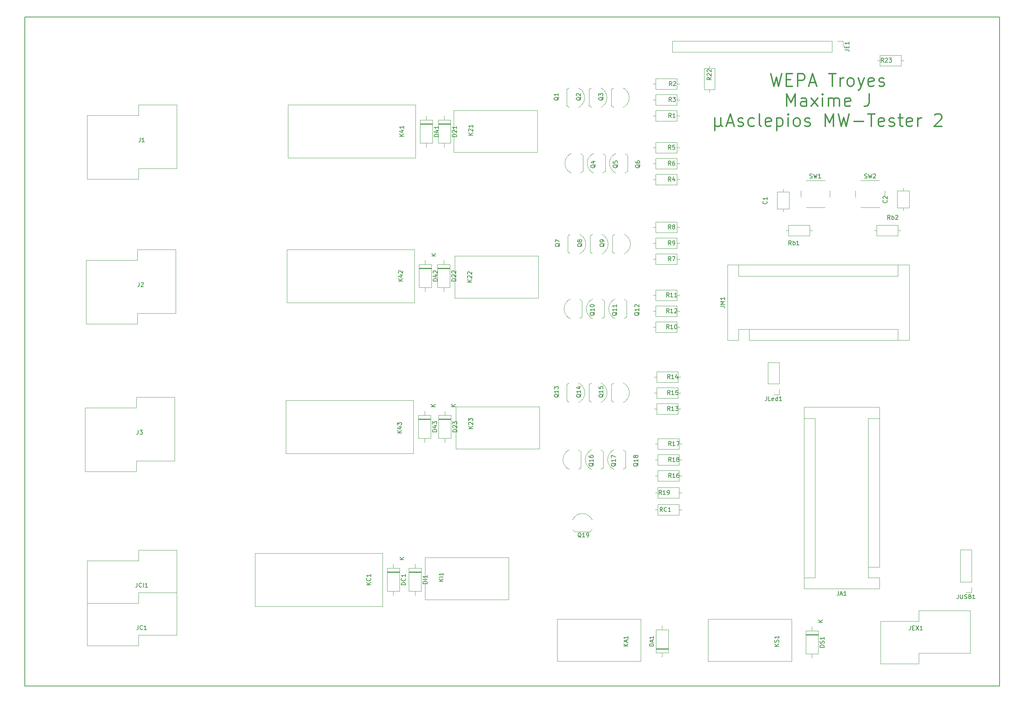
<source format=gto>
%TF.GenerationSoftware,KiCad,Pcbnew,(5.1.6)-1*%
%TF.CreationDate,2021-08-20T11:56:07+02:00*%
%TF.ProjectId,_Asclepios-Ohmmeter-v2,b5417363-6c65-4706-996f-732d4f686d6d,rev?*%
%TF.SameCoordinates,PXc65d40PYa4fc540*%
%TF.FileFunction,Legend,Top*%
%TF.FilePolarity,Positive*%
%FSLAX46Y46*%
G04 Gerber Fmt 4.6, Leading zero omitted, Abs format (unit mm)*
G04 Created by KiCad (PCBNEW (5.1.6)-1) date 2021-08-20 11:56:07*
%MOMM*%
%LPD*%
G01*
G04 APERTURE LIST*
%ADD10C,0.300000*%
%ADD11C,0.150000*%
%ADD12C,0.120000*%
G04 APERTURE END LIST*
D10*
X178357142Y146442858D02*
X179071428Y143442858D01*
X179642857Y145585715D01*
X180214285Y143442858D01*
X180928571Y146442858D01*
X182071428Y145014286D02*
X183071428Y145014286D01*
X183500000Y143442858D02*
X182071428Y143442858D01*
X182071428Y146442858D01*
X183500000Y146442858D01*
X184785714Y143442858D02*
X184785714Y146442858D01*
X185928571Y146442858D01*
X186214285Y146300000D01*
X186357142Y146157143D01*
X186500000Y145871429D01*
X186500000Y145442858D01*
X186357142Y145157143D01*
X186214285Y145014286D01*
X185928571Y144871429D01*
X184785714Y144871429D01*
X187642857Y144300000D02*
X189071428Y144300000D01*
X187357142Y143442858D02*
X188357142Y146442858D01*
X189357142Y143442858D01*
X192214285Y146442858D02*
X193928571Y146442858D01*
X193071428Y143442858D02*
X193071428Y146442858D01*
X194928571Y143442858D02*
X194928571Y145442858D01*
X194928571Y144871429D02*
X195071428Y145157143D01*
X195214285Y145300000D01*
X195500000Y145442858D01*
X195785714Y145442858D01*
X197214285Y143442858D02*
X196928571Y143585715D01*
X196785714Y143728572D01*
X196642857Y144014286D01*
X196642857Y144871429D01*
X196785714Y145157143D01*
X196928571Y145300000D01*
X197214285Y145442858D01*
X197642857Y145442858D01*
X197928571Y145300000D01*
X198071428Y145157143D01*
X198214285Y144871429D01*
X198214285Y144014286D01*
X198071428Y143728572D01*
X197928571Y143585715D01*
X197642857Y143442858D01*
X197214285Y143442858D01*
X199214285Y145442858D02*
X199928571Y143442858D01*
X200642857Y145442858D02*
X199928571Y143442858D01*
X199642857Y142728572D01*
X199500000Y142585715D01*
X199214285Y142442858D01*
X202928571Y143585715D02*
X202642857Y143442858D01*
X202071428Y143442858D01*
X201785714Y143585715D01*
X201642857Y143871429D01*
X201642857Y145014286D01*
X201785714Y145300000D01*
X202071428Y145442858D01*
X202642857Y145442858D01*
X202928571Y145300000D01*
X203071428Y145014286D01*
X203071428Y144728572D01*
X201642857Y144442858D01*
X204214285Y143585715D02*
X204500000Y143442858D01*
X205071428Y143442858D01*
X205357142Y143585715D01*
X205500000Y143871429D01*
X205500000Y144014286D01*
X205357142Y144300000D01*
X205071428Y144442858D01*
X204642857Y144442858D01*
X204357142Y144585715D01*
X204214285Y144871429D01*
X204214285Y145014286D01*
X204357142Y145300000D01*
X204642857Y145442858D01*
X205071428Y145442858D01*
X205357142Y145300000D01*
X182142857Y138642858D02*
X182142857Y141642858D01*
X183142857Y139500000D01*
X184142857Y141642858D01*
X184142857Y138642858D01*
X186857142Y138642858D02*
X186857142Y140214286D01*
X186714285Y140500000D01*
X186428571Y140642858D01*
X185857142Y140642858D01*
X185571428Y140500000D01*
X186857142Y138785715D02*
X186571428Y138642858D01*
X185857142Y138642858D01*
X185571428Y138785715D01*
X185428571Y139071429D01*
X185428571Y139357143D01*
X185571428Y139642858D01*
X185857142Y139785715D01*
X186571428Y139785715D01*
X186857142Y139928572D01*
X188000000Y138642858D02*
X189571428Y140642858D01*
X188000000Y140642858D02*
X189571428Y138642858D01*
X190714285Y138642858D02*
X190714285Y140642858D01*
X190714285Y141642858D02*
X190571428Y141500000D01*
X190714285Y141357143D01*
X190857142Y141500000D01*
X190714285Y141642858D01*
X190714285Y141357143D01*
X192142857Y138642858D02*
X192142857Y140642858D01*
X192142857Y140357143D02*
X192285714Y140500000D01*
X192571428Y140642858D01*
X193000000Y140642858D01*
X193285714Y140500000D01*
X193428571Y140214286D01*
X193428571Y138642858D01*
X193428571Y140214286D02*
X193571428Y140500000D01*
X193857142Y140642858D01*
X194285714Y140642858D01*
X194571428Y140500000D01*
X194714285Y140214286D01*
X194714285Y138642858D01*
X197285714Y138785715D02*
X197000000Y138642858D01*
X196428571Y138642858D01*
X196142857Y138785715D01*
X196000000Y139071429D01*
X196000000Y140214286D01*
X196142857Y140500000D01*
X196428571Y140642858D01*
X197000000Y140642858D01*
X197285714Y140500000D01*
X197428571Y140214286D01*
X197428571Y139928572D01*
X196000000Y139642858D01*
X201857142Y141642858D02*
X201857142Y139500000D01*
X201714285Y139071429D01*
X201428571Y138785715D01*
X201000000Y138642858D01*
X200714285Y138642858D01*
X164928571Y135842858D02*
X164928571Y132842858D01*
X166357142Y134271429D02*
X166500000Y133985715D01*
X166785714Y133842858D01*
X164928571Y134271429D02*
X165071428Y133985715D01*
X165357142Y133842858D01*
X165928571Y133842858D01*
X166214285Y133985715D01*
X166357142Y134271429D01*
X166357142Y135842858D01*
X167928571Y134700000D02*
X169357142Y134700000D01*
X167642857Y133842858D02*
X168642857Y136842858D01*
X169642857Y133842858D01*
X170500000Y133985715D02*
X170785714Y133842858D01*
X171357142Y133842858D01*
X171642857Y133985715D01*
X171785714Y134271429D01*
X171785714Y134414286D01*
X171642857Y134700000D01*
X171357142Y134842858D01*
X170928571Y134842858D01*
X170642857Y134985715D01*
X170500000Y135271429D01*
X170500000Y135414286D01*
X170642857Y135700000D01*
X170928571Y135842858D01*
X171357142Y135842858D01*
X171642857Y135700000D01*
X174357142Y133985715D02*
X174071428Y133842858D01*
X173500000Y133842858D01*
X173214285Y133985715D01*
X173071428Y134128572D01*
X172928571Y134414286D01*
X172928571Y135271429D01*
X173071428Y135557143D01*
X173214285Y135700000D01*
X173500000Y135842858D01*
X174071428Y135842858D01*
X174357142Y135700000D01*
X176071428Y133842858D02*
X175785714Y133985715D01*
X175642857Y134271429D01*
X175642857Y136842858D01*
X178357142Y133985715D02*
X178071428Y133842858D01*
X177500000Y133842858D01*
X177214285Y133985715D01*
X177071428Y134271429D01*
X177071428Y135414286D01*
X177214285Y135700000D01*
X177500000Y135842858D01*
X178071428Y135842858D01*
X178357142Y135700000D01*
X178500000Y135414286D01*
X178500000Y135128572D01*
X177071428Y134842858D01*
X179785714Y135842858D02*
X179785714Y132842858D01*
X179785714Y135700000D02*
X180071428Y135842858D01*
X180642857Y135842858D01*
X180928571Y135700000D01*
X181071428Y135557143D01*
X181214285Y135271429D01*
X181214285Y134414286D01*
X181071428Y134128572D01*
X180928571Y133985715D01*
X180642857Y133842858D01*
X180071428Y133842858D01*
X179785714Y133985715D01*
X182499999Y133842858D02*
X182499999Y135842858D01*
X182499999Y136842858D02*
X182357142Y136700000D01*
X182499999Y136557143D01*
X182642857Y136700000D01*
X182499999Y136842858D01*
X182499999Y136557143D01*
X184357142Y133842858D02*
X184071428Y133985715D01*
X183928571Y134128572D01*
X183785714Y134414286D01*
X183785714Y135271429D01*
X183928571Y135557143D01*
X184071428Y135700000D01*
X184357142Y135842858D01*
X184785714Y135842858D01*
X185071428Y135700000D01*
X185214285Y135557143D01*
X185357142Y135271429D01*
X185357142Y134414286D01*
X185214285Y134128572D01*
X185071428Y133985715D01*
X184785714Y133842858D01*
X184357142Y133842858D01*
X186499999Y133985715D02*
X186785714Y133842858D01*
X187357142Y133842858D01*
X187642857Y133985715D01*
X187785714Y134271429D01*
X187785714Y134414286D01*
X187642857Y134700000D01*
X187357142Y134842858D01*
X186928571Y134842858D01*
X186642857Y134985715D01*
X186499999Y135271429D01*
X186499999Y135414286D01*
X186642857Y135700000D01*
X186928571Y135842858D01*
X187357142Y135842858D01*
X187642857Y135700000D01*
X191357142Y133842858D02*
X191357142Y136842858D01*
X192357142Y134700000D01*
X193357142Y136842858D01*
X193357142Y133842858D01*
X194500000Y136842858D02*
X195214285Y133842858D01*
X195785714Y135985715D01*
X196357142Y133842858D01*
X197071428Y136842858D01*
X198214285Y134985715D02*
X200500000Y134985715D01*
X201500000Y136842858D02*
X203214285Y136842858D01*
X202357142Y133842858D02*
X202357142Y136842858D01*
X205357142Y133985715D02*
X205071428Y133842858D01*
X204500000Y133842858D01*
X204214285Y133985715D01*
X204071428Y134271429D01*
X204071428Y135414286D01*
X204214285Y135700000D01*
X204500000Y135842858D01*
X205071428Y135842858D01*
X205357142Y135700000D01*
X205500000Y135414286D01*
X205500000Y135128572D01*
X204071428Y134842858D01*
X206642857Y133985715D02*
X206928571Y133842858D01*
X207500000Y133842858D01*
X207785714Y133985715D01*
X207928571Y134271429D01*
X207928571Y134414286D01*
X207785714Y134700000D01*
X207500000Y134842858D01*
X207071428Y134842858D01*
X206785714Y134985715D01*
X206642857Y135271429D01*
X206642857Y135414286D01*
X206785714Y135700000D01*
X207071428Y135842858D01*
X207500000Y135842858D01*
X207785714Y135700000D01*
X208785714Y135842858D02*
X209928571Y135842858D01*
X209214285Y136842858D02*
X209214285Y134271429D01*
X209357142Y133985715D01*
X209642857Y133842858D01*
X209928571Y133842858D01*
X212071428Y133985715D02*
X211785714Y133842858D01*
X211214285Y133842858D01*
X210928571Y133985715D01*
X210785714Y134271429D01*
X210785714Y135414286D01*
X210928571Y135700000D01*
X211214285Y135842858D01*
X211785714Y135842858D01*
X212071428Y135700000D01*
X212214285Y135414286D01*
X212214285Y135128572D01*
X210785714Y134842858D01*
X213500000Y133842858D02*
X213500000Y135842858D01*
X213500000Y135271429D02*
X213642857Y135557143D01*
X213785714Y135700000D01*
X214071428Y135842858D01*
X214357142Y135842858D01*
X217500000Y136557143D02*
X217642857Y136700000D01*
X217928571Y136842858D01*
X218642857Y136842858D01*
X218928571Y136700000D01*
X219071428Y136557143D01*
X219214285Y136271429D01*
X219214285Y135985715D01*
X219071428Y135557143D01*
X217357142Y133842858D01*
X219214285Y133842858D01*
D11*
X0Y160000000D02*
X233000000Y160000000D01*
X0Y0D02*
X0Y160000000D01*
X233000000Y0D02*
X0Y0D01*
X233000000Y160000000D02*
X233000000Y0D01*
D12*
%TO.C,J1*%
X14940000Y126326000D02*
X14940000Y121226000D01*
X36340000Y128866000D02*
X36340000Y123776000D01*
X27230000Y123776000D02*
X27230000Y121226000D01*
X27230000Y121236000D02*
X14940000Y121226000D01*
X27230000Y123776000D02*
X36340000Y123776000D01*
X14940000Y136486000D02*
X27230000Y136486000D01*
X27230000Y139026000D02*
X27640000Y139026000D01*
X27230000Y136486000D02*
X27230000Y139026000D01*
X36340000Y139026000D02*
X27640000Y139026000D01*
X14940000Y126326000D02*
X14940000Y136486000D01*
X36340000Y139026000D02*
X36340000Y128866000D01*
%TO.C,J2*%
X14686000Y91720000D02*
X14686000Y86620000D01*
X36086000Y94260000D02*
X36086000Y89170000D01*
X26976000Y89170000D02*
X26976000Y86620000D01*
X26976000Y86630000D02*
X14686000Y86620000D01*
X26976000Y89170000D02*
X36086000Y89170000D01*
X14686000Y101880000D02*
X26976000Y101880000D01*
X26976000Y104420000D02*
X27386000Y104420000D01*
X26976000Y101880000D02*
X26976000Y104420000D01*
X36086000Y104420000D02*
X27386000Y104420000D01*
X14686000Y91720000D02*
X14686000Y101880000D01*
X36086000Y104420000D02*
X36086000Y94260000D01*
%TO.C,J3*%
X14432000Y56414000D02*
X14432000Y51314000D01*
X35832000Y58954000D02*
X35832000Y53864000D01*
X26722000Y53864000D02*
X26722000Y51314000D01*
X26722000Y51324000D02*
X14432000Y51314000D01*
X26722000Y53864000D02*
X35832000Y53864000D01*
X14432000Y66574000D02*
X26722000Y66574000D01*
X26722000Y69114000D02*
X27132000Y69114000D01*
X26722000Y66574000D02*
X26722000Y69114000D01*
X35832000Y69114000D02*
X27132000Y69114000D01*
X14432000Y56414000D02*
X14432000Y66574000D01*
X35832000Y69114000D02*
X35832000Y58954000D01*
%TO.C,JC1*%
X35260000Y12218000D02*
X30180000Y12218000D01*
X30180000Y12218000D02*
X27640000Y12218000D01*
X35260000Y12218000D02*
X36310000Y12218000D01*
X36340000Y22378000D02*
X36340000Y12218000D01*
X14940000Y9678000D02*
X14940000Y19838000D01*
X36340000Y22378000D02*
X27640000Y22378000D01*
X27640000Y12218000D02*
X27230000Y12218000D01*
X27230000Y12218000D02*
X27230000Y9678000D01*
X27230000Y19838000D02*
X27230000Y22378000D01*
X27230000Y22378000D02*
X27640000Y22378000D01*
X14940000Y9678000D02*
X27230000Y9678000D01*
X14940000Y19838000D02*
X27230000Y19838000D01*
%TO.C,JCI1*%
X35260000Y22378000D02*
X30180000Y22378000D01*
X30180000Y22378000D02*
X27640000Y22378000D01*
X35260000Y22378000D02*
X36310000Y22378000D01*
X36340000Y32538000D02*
X36340000Y22378000D01*
X14940000Y19838000D02*
X14940000Y29998000D01*
X36340000Y32538000D02*
X27640000Y32538000D01*
X27640000Y22378000D02*
X27230000Y22378000D01*
X27230000Y22378000D02*
X27230000Y19838000D01*
X27230000Y29998000D02*
X27230000Y32538000D01*
X27230000Y32538000D02*
X27640000Y32538000D01*
X14940000Y19838000D02*
X27230000Y19838000D01*
X14940000Y29998000D02*
X27230000Y29998000D01*
%TO.C,K41*%
X93426000Y139026000D02*
X93426000Y126326000D01*
X93426000Y126326000D02*
X62946000Y126326000D01*
X62946000Y126326000D02*
X62946000Y139026000D01*
X62946000Y139026000D02*
X93426000Y139026000D01*
%TO.C,K42*%
X93172000Y104420000D02*
X93172000Y91720000D01*
X93172000Y91720000D02*
X62692000Y91720000D01*
X62692000Y91720000D02*
X62692000Y104420000D01*
X62692000Y104420000D02*
X93172000Y104420000D01*
%TO.C,K43*%
X92918000Y68352000D02*
X92918000Y55652000D01*
X92918000Y55652000D02*
X62438000Y55652000D01*
X62438000Y55652000D02*
X62438000Y68352000D01*
X62438000Y68352000D02*
X92918000Y68352000D01*
%TO.C,KC1*%
X85552000Y31776000D02*
X85552000Y19076000D01*
X85552000Y19076000D02*
X55072000Y19076000D01*
X55072000Y19076000D02*
X55072000Y31776000D01*
X55072000Y31776000D02*
X85552000Y31776000D01*
%TO.C,DI1*%
X94769000Y27366000D02*
X91829000Y27366000D01*
X94769000Y27126000D02*
X91829000Y27126000D01*
X94769000Y27246000D02*
X91829000Y27246000D01*
X93299000Y21686000D02*
X93299000Y22706000D01*
X93299000Y29166000D02*
X93299000Y28146000D01*
X94769000Y22706000D02*
X94769000Y28146000D01*
X91829000Y22706000D02*
X94769000Y22706000D01*
X91829000Y28146000D02*
X91829000Y22706000D01*
X94769000Y28146000D02*
X91829000Y28146000D01*
%TO.C,JUSB1*%
X226328000Y22318000D02*
X224998000Y22318000D01*
X226328000Y23648000D02*
X226328000Y22318000D01*
X226328000Y24918000D02*
X223668000Y24918000D01*
X223668000Y24918000D02*
X223668000Y32598000D01*
X226328000Y24918000D02*
X226328000Y32598000D01*
X226328000Y32598000D02*
X223668000Y32598000D01*
%TO.C,Q16*%
X132972000Y52188000D02*
X132972000Y56038000D01*
X130173193Y56484400D02*
G75*
G03*
X128672000Y54128000I1098807J-2356400D01*
G01*
X132394045Y51805369D02*
G75*
G03*
X132972000Y52188000I-1122045J2322631D01*
G01*
X130173193Y51771600D02*
G75*
G02*
X128672000Y54128000I1098807J2356400D01*
G01*
X132384264Y56430383D02*
G75*
G02*
X132972000Y56038000I-1112264J-2302383D01*
G01*
%TO.C,Q19*%
X131364000Y36934000D02*
X135214000Y36934000D01*
X135660400Y39732807D02*
G75*
G03*
X133304000Y41234000I-2356400J-1098807D01*
G01*
X130981369Y37511955D02*
G75*
G03*
X131364000Y36934000I2322631J1122045D01*
G01*
X130947600Y39732807D02*
G75*
G02*
X133304000Y41234000I2356400J-1098807D01*
G01*
X135606383Y37521736D02*
G75*
G02*
X135214000Y36934000I-2302383J1112264D01*
G01*
%TO.C,Q18*%
X143640000Y52188000D02*
X143640000Y56038000D01*
X140841193Y56484400D02*
G75*
G03*
X139340000Y54128000I1098807J-2356400D01*
G01*
X143062045Y51805369D02*
G75*
G03*
X143640000Y52188000I-1122045J2322631D01*
G01*
X140841193Y51771600D02*
G75*
G02*
X139340000Y54128000I1098807J2356400D01*
G01*
X143052264Y56430383D02*
G75*
G02*
X143640000Y56038000I-1112264J-2302383D01*
G01*
%TO.C,Q17*%
X138306000Y52188000D02*
X138306000Y56038000D01*
X135507193Y56484400D02*
G75*
G03*
X134006000Y54128000I1098807J-2356400D01*
G01*
X137728045Y51805369D02*
G75*
G03*
X138306000Y52188000I-1122045J2322631D01*
G01*
X135507193Y51771600D02*
G75*
G02*
X134006000Y54128000I1098807J2356400D01*
G01*
X137718264Y56430383D02*
G75*
G02*
X138306000Y56038000I-1112264J-2302383D01*
G01*
%TO.C,Q15*%
X140240000Y72070000D02*
X140240000Y68220000D01*
X143038807Y67773600D02*
G75*
G03*
X144540000Y70130000I-1098807J2356400D01*
G01*
X140817955Y72452631D02*
G75*
G03*
X140240000Y72070000I1122045J-2322631D01*
G01*
X143038807Y72486400D02*
G75*
G02*
X144540000Y70130000I-1098807J-2356400D01*
G01*
X140827736Y67827617D02*
G75*
G02*
X140240000Y68220000I1112264J2302383D01*
G01*
%TO.C,Q14*%
X134906000Y72070000D02*
X134906000Y68220000D01*
X137704807Y67773600D02*
G75*
G03*
X139206000Y70130000I-1098807J2356400D01*
G01*
X135483955Y72452631D02*
G75*
G03*
X134906000Y72070000I1122045J-2322631D01*
G01*
X137704807Y72486400D02*
G75*
G02*
X139206000Y70130000I-1098807J-2356400D01*
G01*
X135493736Y67827617D02*
G75*
G02*
X134906000Y68220000I1112264J2302383D01*
G01*
%TO.C,Q13*%
X129572000Y72070000D02*
X129572000Y68220000D01*
X132370807Y67773600D02*
G75*
G03*
X133872000Y70130000I-1098807J2356400D01*
G01*
X130149955Y72452631D02*
G75*
G03*
X129572000Y72070000I1122045J-2322631D01*
G01*
X132370807Y72486400D02*
G75*
G02*
X133872000Y70130000I-1098807J-2356400D01*
G01*
X130159736Y67827617D02*
G75*
G02*
X129572000Y68220000I1112264J2302383D01*
G01*
%TO.C,Q11*%
X138560000Y88256000D02*
X138560000Y92106000D01*
X135761193Y92552400D02*
G75*
G03*
X134260000Y90196000I1098807J-2356400D01*
G01*
X137982045Y87873369D02*
G75*
G03*
X138560000Y88256000I-1122045J2322631D01*
G01*
X135761193Y87839600D02*
G75*
G02*
X134260000Y90196000I1098807J2356400D01*
G01*
X137972264Y92498383D02*
G75*
G02*
X138560000Y92106000I-1112264J-2302383D01*
G01*
%TO.C,Q12*%
X143894000Y88256000D02*
X143894000Y92106000D01*
X141095193Y92552400D02*
G75*
G03*
X139594000Y90196000I1098807J-2356400D01*
G01*
X143316045Y87873369D02*
G75*
G03*
X143894000Y88256000I-1122045J2322631D01*
G01*
X141095193Y87839600D02*
G75*
G02*
X139594000Y90196000I1098807J2356400D01*
G01*
X143306264Y92498383D02*
G75*
G02*
X143894000Y92106000I-1112264J-2302383D01*
G01*
%TO.C,Q9*%
X140494000Y107630000D02*
X140494000Y103780000D01*
X143292807Y103333600D02*
G75*
G03*
X144794000Y105690000I-1098807J2356400D01*
G01*
X141071955Y108012631D02*
G75*
G03*
X140494000Y107630000I1122045J-2322631D01*
G01*
X143292807Y108046400D02*
G75*
G02*
X144794000Y105690000I-1098807J-2356400D01*
G01*
X141081736Y103387617D02*
G75*
G02*
X140494000Y103780000I1112264J2302383D01*
G01*
%TO.C,Q8*%
X135160000Y107630000D02*
X135160000Y103780000D01*
X137958807Y103333600D02*
G75*
G03*
X139460000Y105690000I-1098807J2356400D01*
G01*
X135737955Y108012631D02*
G75*
G03*
X135160000Y107630000I1122045J-2322631D01*
G01*
X137958807Y108046400D02*
G75*
G02*
X139460000Y105690000I-1098807J-2356400D01*
G01*
X135747736Y103387617D02*
G75*
G02*
X135160000Y103780000I1112264J2302383D01*
G01*
%TO.C,Q7*%
X129826000Y107630000D02*
X129826000Y103780000D01*
X132624807Y103333600D02*
G75*
G03*
X134126000Y105690000I-1098807J2356400D01*
G01*
X130403955Y108012631D02*
G75*
G03*
X129826000Y107630000I1122045J-2322631D01*
G01*
X132624807Y108046400D02*
G75*
G02*
X134126000Y105690000I-1098807J-2356400D01*
G01*
X130413736Y103387617D02*
G75*
G02*
X129826000Y103780000I1112264J2302383D01*
G01*
%TO.C,Q10*%
X133226000Y88256000D02*
X133226000Y92106000D01*
X130427193Y92552400D02*
G75*
G03*
X128926000Y90196000I1098807J-2356400D01*
G01*
X132648045Y87873369D02*
G75*
G03*
X133226000Y88256000I-1122045J2322631D01*
G01*
X130427193Y87839600D02*
G75*
G02*
X128926000Y90196000I1098807J2356400D01*
G01*
X132638264Y92498383D02*
G75*
G02*
X133226000Y92106000I-1112264J-2302383D01*
G01*
%TO.C,Q5*%
X138763000Y123081200D02*
X138763000Y126931200D01*
X135964193Y127377600D02*
G75*
G03*
X134463000Y125021200I1098807J-2356400D01*
G01*
X138185045Y122698569D02*
G75*
G03*
X138763000Y123081200I-1122045J2322631D01*
G01*
X135964193Y122664800D02*
G75*
G02*
X134463000Y125021200I1098807J2356400D01*
G01*
X138175264Y127323583D02*
G75*
G02*
X138763000Y126931200I-1112264J-2302383D01*
G01*
%TO.C,Q6*%
X144097000Y123081200D02*
X144097000Y126931200D01*
X141298193Y127377600D02*
G75*
G03*
X139797000Y125021200I1098807J-2356400D01*
G01*
X143519045Y122698569D02*
G75*
G03*
X144097000Y123081200I-1122045J2322631D01*
G01*
X141298193Y122664800D02*
G75*
G02*
X139797000Y125021200I1098807J2356400D01*
G01*
X143509264Y127323583D02*
G75*
G02*
X144097000Y126931200I-1112264J-2302383D01*
G01*
%TO.C,Q3*%
X140215000Y142635800D02*
X140215000Y138785800D01*
X143013807Y138339400D02*
G75*
G03*
X144515000Y140695800I-1098807J2356400D01*
G01*
X140792955Y143018431D02*
G75*
G03*
X140215000Y142635800I1122045J-2322631D01*
G01*
X143013807Y143052200D02*
G75*
G02*
X144515000Y140695800I-1098807J-2356400D01*
G01*
X140802736Y138393417D02*
G75*
G02*
X140215000Y138785800I1112264J2302383D01*
G01*
%TO.C,Q2*%
X134881000Y142635800D02*
X134881000Y138785800D01*
X137679807Y138339400D02*
G75*
G03*
X139181000Y140695800I-1098807J2356400D01*
G01*
X135458955Y143018431D02*
G75*
G03*
X134881000Y142635800I1122045J-2322631D01*
G01*
X137679807Y143052200D02*
G75*
G02*
X139181000Y140695800I-1098807J-2356400D01*
G01*
X135468736Y138393417D02*
G75*
G02*
X134881000Y138785800I1112264J2302383D01*
G01*
%TO.C,Q1*%
X129547000Y142635800D02*
X129547000Y138785800D01*
X132345807Y138339400D02*
G75*
G03*
X133847000Y140695800I-1098807J2356400D01*
G01*
X130124955Y143018431D02*
G75*
G03*
X129547000Y142635800I1122045J-2322631D01*
G01*
X132345807Y143052200D02*
G75*
G02*
X133847000Y140695800I-1098807J-2356400D01*
G01*
X130134736Y138393417D02*
G75*
G02*
X129547000Y138785800I1112264J2302383D01*
G01*
%TO.C,Q4*%
X133429000Y123081200D02*
X133429000Y126931200D01*
X130630193Y127377600D02*
G75*
G03*
X129129000Y125021200I1098807J-2356400D01*
G01*
X132851045Y122698569D02*
G75*
G03*
X133429000Y123081200I-1122045J2322631D01*
G01*
X130630193Y122664800D02*
G75*
G02*
X129129000Y125021200I1098807J2356400D01*
G01*
X132841264Y127323583D02*
G75*
G02*
X133429000Y126931200I-1112264J-2302383D01*
G01*
%TO.C,C1*%
X181310000Y118874000D02*
X181310000Y118184000D01*
X182730000Y118184000D02*
X179890000Y118184000D01*
X182730000Y114144000D02*
X182730000Y118184000D01*
X179890000Y114144000D02*
X182730000Y114144000D01*
X181310000Y113454000D02*
X181310000Y114144000D01*
X179890000Y118184000D02*
X179890000Y114144000D01*
%TO.C,C2*%
X210012000Y119128000D02*
X210012000Y118438000D01*
X211432000Y118438000D02*
X208592000Y118438000D01*
X211432000Y114398000D02*
X211432000Y118438000D01*
X208592000Y114398000D02*
X211432000Y114398000D01*
X210012000Y113708000D02*
X210012000Y114398000D01*
X208592000Y118438000D02*
X208592000Y114398000D01*
%TO.C,D21*%
X101754000Y134554000D02*
X98814000Y134554000D01*
X101754000Y134314000D02*
X98814000Y134314000D01*
X101754000Y134434000D02*
X98814000Y134434000D01*
X100284000Y128874000D02*
X100284000Y129894000D01*
X100284000Y136354000D02*
X100284000Y135334000D01*
X101754000Y129894000D02*
X101754000Y135334000D01*
X98814000Y129894000D02*
X101754000Y129894000D01*
X98814000Y135334000D02*
X98814000Y129894000D01*
X101754000Y135334000D02*
X98814000Y135334000D01*
%TO.C,D22*%
X101627000Y100010000D02*
X98687000Y100010000D01*
X101627000Y99770000D02*
X98687000Y99770000D01*
X101627000Y99890000D02*
X98687000Y99890000D01*
X100157000Y94330000D02*
X100157000Y95350000D01*
X100157000Y101810000D02*
X100157000Y100790000D01*
X101627000Y95350000D02*
X101627000Y100790000D01*
X98687000Y95350000D02*
X101627000Y95350000D01*
X98687000Y100790000D02*
X98687000Y95350000D01*
X101627000Y100790000D02*
X98687000Y100790000D01*
%TO.C,D23*%
X101881000Y63942000D02*
X98941000Y63942000D01*
X101881000Y63702000D02*
X98941000Y63702000D01*
X101881000Y63822000D02*
X98941000Y63822000D01*
X100411000Y58262000D02*
X100411000Y59282000D01*
X100411000Y65742000D02*
X100411000Y64722000D01*
X101881000Y59282000D02*
X101881000Y64722000D01*
X98941000Y59282000D02*
X101881000Y59282000D01*
X98941000Y64722000D02*
X98941000Y59282000D01*
X101881000Y64722000D02*
X98941000Y64722000D01*
%TO.C,D41*%
X97436000Y134554000D02*
X94496000Y134554000D01*
X97436000Y134314000D02*
X94496000Y134314000D01*
X97436000Y134434000D02*
X94496000Y134434000D01*
X95966000Y128874000D02*
X95966000Y129894000D01*
X95966000Y136354000D02*
X95966000Y135334000D01*
X97436000Y129894000D02*
X97436000Y135334000D01*
X94496000Y129894000D02*
X97436000Y129894000D01*
X94496000Y135334000D02*
X94496000Y129894000D01*
X97436000Y135334000D02*
X94496000Y135334000D01*
%TO.C,D42*%
X97182000Y100010000D02*
X94242000Y100010000D01*
X97182000Y99770000D02*
X94242000Y99770000D01*
X97182000Y99890000D02*
X94242000Y99890000D01*
X95712000Y94330000D02*
X95712000Y95350000D01*
X95712000Y101810000D02*
X95712000Y100790000D01*
X97182000Y95350000D02*
X97182000Y100790000D01*
X94242000Y95350000D02*
X97182000Y95350000D01*
X94242000Y100790000D02*
X94242000Y95350000D01*
X97182000Y100790000D02*
X94242000Y100790000D01*
%TO.C,D43*%
X97055000Y63942000D02*
X94115000Y63942000D01*
X97055000Y63702000D02*
X94115000Y63702000D01*
X97055000Y63822000D02*
X94115000Y63822000D01*
X95585000Y58262000D02*
X95585000Y59282000D01*
X95585000Y65742000D02*
X95585000Y64722000D01*
X97055000Y59282000D02*
X97055000Y64722000D01*
X94115000Y59282000D02*
X97055000Y59282000D01*
X94115000Y64722000D02*
X94115000Y59282000D01*
X97055000Y64722000D02*
X94115000Y64722000D01*
%TO.C,DA1*%
X150884000Y8754000D02*
X153824000Y8754000D01*
X150884000Y8994000D02*
X153824000Y8994000D01*
X150884000Y8874000D02*
X153824000Y8874000D01*
X152354000Y14434000D02*
X152354000Y13414000D01*
X152354000Y6954000D02*
X152354000Y7974000D01*
X150884000Y13414000D02*
X150884000Y7974000D01*
X153824000Y13414000D02*
X150884000Y13414000D01*
X153824000Y7974000D02*
X153824000Y13414000D01*
X150884000Y7974000D02*
X153824000Y7974000D01*
%TO.C,DC1*%
X89562000Y27366000D02*
X86622000Y27366000D01*
X89562000Y27126000D02*
X86622000Y27126000D01*
X89562000Y27246000D02*
X86622000Y27246000D01*
X88092000Y21686000D02*
X88092000Y22706000D01*
X88092000Y29166000D02*
X88092000Y28146000D01*
X89562000Y22706000D02*
X89562000Y28146000D01*
X86622000Y22706000D02*
X89562000Y22706000D01*
X86622000Y28146000D02*
X86622000Y22706000D01*
X89562000Y28146000D02*
X86622000Y28146000D01*
%TO.C,DS1*%
X189638000Y12380000D02*
X186698000Y12380000D01*
X189638000Y12140000D02*
X186698000Y12140000D01*
X189638000Y12260000D02*
X186698000Y12260000D01*
X188168000Y6700000D02*
X188168000Y7720000D01*
X188168000Y14180000D02*
X188168000Y13160000D01*
X189638000Y7720000D02*
X189638000Y13160000D01*
X186698000Y7720000D02*
X189638000Y7720000D01*
X186698000Y13160000D02*
X186698000Y7720000D01*
X189638000Y13160000D02*
X186698000Y13160000D01*
%TO.C,JA1*%
X201630000Y28474000D02*
X201630000Y25934000D01*
X201630000Y25934000D02*
X204300000Y25934000D01*
X204300000Y28474000D02*
X204300000Y66704000D01*
X204300000Y23264000D02*
X204300000Y25934000D01*
X188930000Y25934000D02*
X186260000Y25934000D01*
X188930000Y25934000D02*
X188930000Y64034000D01*
X188930000Y64034000D02*
X186260000Y64034000D01*
X201630000Y28474000D02*
X204300000Y28474000D01*
X201630000Y28474000D02*
X201630000Y64034000D01*
X201630000Y64034000D02*
X204300000Y64034000D01*
X204300000Y66704000D02*
X186260000Y66704000D01*
X186260000Y66704000D02*
X186260000Y23264000D01*
X186260000Y23264000D02*
X204300000Y23264000D01*
%TO.C,JE1*%
X154834000Y154264000D02*
X154834000Y151604000D01*
X192994000Y154264000D02*
X154834000Y154264000D01*
X192994000Y151604000D02*
X154834000Y151604000D01*
X192994000Y154264000D02*
X192994000Y151604000D01*
X194264000Y154264000D02*
X195594000Y154264000D01*
X195594000Y154264000D02*
X195594000Y152934000D01*
%TO.C,JEX1*%
X205694000Y15520000D02*
X210774000Y15520000D01*
X210774000Y15520000D02*
X213314000Y15520000D01*
X205694000Y15520000D02*
X204644000Y15520000D01*
X204614000Y5360000D02*
X204614000Y15520000D01*
X226014000Y18060000D02*
X226014000Y7900000D01*
X204614000Y5360000D02*
X213314000Y5360000D01*
X213314000Y15520000D02*
X213724000Y15520000D01*
X213724000Y15520000D02*
X213724000Y18060000D01*
X213724000Y7900000D02*
X213724000Y5360000D01*
X213724000Y5360000D02*
X213314000Y5360000D01*
X226014000Y18060000D02*
X213724000Y18060000D01*
X226014000Y7900000D02*
X213724000Y7900000D01*
%TO.C,JM1*%
X173182000Y85370000D02*
X170642000Y85370000D01*
X170642000Y85370000D02*
X170642000Y82700000D01*
X173182000Y82700000D02*
X211412000Y82700000D01*
X167972000Y82700000D02*
X170642000Y82700000D01*
X170642000Y98070000D02*
X170642000Y100740000D01*
X170642000Y98070000D02*
X208742000Y98070000D01*
X208742000Y98070000D02*
X208742000Y100740000D01*
X173182000Y85370000D02*
X173182000Y82700000D01*
X173182000Y85370000D02*
X208742000Y85370000D01*
X208742000Y85370000D02*
X208742000Y82700000D01*
X211412000Y82700000D02*
X211412000Y100740000D01*
X211412000Y100740000D02*
X167972000Y100740000D01*
X167972000Y100740000D02*
X167972000Y82700000D01*
%TO.C,K21*%
X122570000Y127676000D02*
X102570000Y127676000D01*
X122570000Y137676000D02*
X122570000Y127676000D01*
X102570000Y137676000D02*
X122570000Y137676000D01*
X102570000Y127676000D02*
X102570000Y137676000D01*
%TO.C,K22*%
X122824000Y92816000D02*
X102824000Y92816000D01*
X122824000Y102816000D02*
X122824000Y92816000D01*
X102824000Y102816000D02*
X122824000Y102816000D01*
X102824000Y92816000D02*
X102824000Y102816000D01*
%TO.C,K23*%
X123078000Y56748000D02*
X103078000Y56748000D01*
X123078000Y66748000D02*
X123078000Y56748000D01*
X103078000Y66748000D02*
X123078000Y66748000D01*
X103078000Y56748000D02*
X103078000Y66748000D01*
%TO.C,KA1*%
X127274000Y15948000D02*
X147274000Y15948000D01*
X127274000Y5948000D02*
X127274000Y15948000D01*
X147274000Y5948000D02*
X127274000Y5948000D01*
X147274000Y15948000D02*
X147274000Y5948000D01*
%TO.C,Ki1*%
X115712000Y20680000D02*
X95712000Y20680000D01*
X115712000Y30680000D02*
X115712000Y20680000D01*
X95712000Y30680000D02*
X115712000Y30680000D01*
X95712000Y20680000D02*
X95712000Y30680000D01*
%TO.C,KS1*%
X163342000Y15948000D02*
X183342000Y15948000D01*
X163342000Y5948000D02*
X163342000Y15948000D01*
X183342000Y5948000D02*
X163342000Y5948000D01*
X183342000Y15948000D02*
X183342000Y5948000D01*
%TO.C,R1*%
X156545000Y136424000D02*
X155910000Y136424000D01*
X150195000Y136424000D02*
X150830000Y136424000D01*
X150830000Y136424000D02*
X150195000Y136424000D01*
X155910000Y135154000D02*
X150830000Y135154000D01*
X150830000Y135154000D02*
X155910000Y135154000D01*
X150830000Y137694000D02*
X150830000Y135154000D01*
X155910000Y137694000D02*
X150830000Y137694000D01*
X155910000Y135154000D02*
X155910000Y137694000D01*
%TO.C,R2*%
X156545000Y144044000D02*
X155910000Y144044000D01*
X150195000Y144044000D02*
X150830000Y144044000D01*
X150830000Y144044000D02*
X150195000Y144044000D01*
X155910000Y142774000D02*
X150830000Y142774000D01*
X150830000Y142774000D02*
X155910000Y142774000D01*
X150830000Y145314000D02*
X150830000Y142774000D01*
X155910000Y145314000D02*
X150830000Y145314000D01*
X155910000Y142774000D02*
X155910000Y145314000D01*
%TO.C,R3*%
X156545000Y140234000D02*
X155910000Y140234000D01*
X150195000Y140234000D02*
X150830000Y140234000D01*
X150830000Y140234000D02*
X150195000Y140234000D01*
X155910000Y138964000D02*
X150830000Y138964000D01*
X150830000Y138964000D02*
X155910000Y138964000D01*
X150830000Y141504000D02*
X150830000Y138964000D01*
X155910000Y141504000D02*
X150830000Y141504000D01*
X155910000Y138964000D02*
X155910000Y141504000D01*
%TO.C,R4*%
X156545000Y121184000D02*
X155910000Y121184000D01*
X150195000Y121184000D02*
X150830000Y121184000D01*
X150830000Y121184000D02*
X150195000Y121184000D01*
X155910000Y119914000D02*
X150830000Y119914000D01*
X150830000Y119914000D02*
X155910000Y119914000D01*
X150830000Y122454000D02*
X150830000Y119914000D01*
X155910000Y122454000D02*
X150830000Y122454000D01*
X155910000Y119914000D02*
X155910000Y122454000D01*
%TO.C,R5*%
X156545000Y128804000D02*
X155910000Y128804000D01*
X150195000Y128804000D02*
X150830000Y128804000D01*
X150830000Y128804000D02*
X150195000Y128804000D01*
X155910000Y127534000D02*
X150830000Y127534000D01*
X150830000Y127534000D02*
X155910000Y127534000D01*
X150830000Y130074000D02*
X150830000Y127534000D01*
X155910000Y130074000D02*
X150830000Y130074000D01*
X155910000Y127534000D02*
X155910000Y130074000D01*
%TO.C,R6*%
X156545000Y124994000D02*
X155910000Y124994000D01*
X150195000Y124994000D02*
X150830000Y124994000D01*
X150830000Y124994000D02*
X150195000Y124994000D01*
X155910000Y123724000D02*
X150830000Y123724000D01*
X150830000Y123724000D02*
X155910000Y123724000D01*
X150830000Y126264000D02*
X150830000Y123724000D01*
X155910000Y126264000D02*
X150830000Y126264000D01*
X155910000Y123724000D02*
X155910000Y126264000D01*
%TO.C,R7*%
X156545000Y102134000D02*
X155910000Y102134000D01*
X150195000Y102134000D02*
X150830000Y102134000D01*
X150830000Y102134000D02*
X150195000Y102134000D01*
X155910000Y100864000D02*
X150830000Y100864000D01*
X150830000Y100864000D02*
X155910000Y100864000D01*
X150830000Y103404000D02*
X150830000Y100864000D01*
X155910000Y103404000D02*
X150830000Y103404000D01*
X155910000Y100864000D02*
X155910000Y103404000D01*
%TO.C,R8*%
X156545000Y109754000D02*
X155910000Y109754000D01*
X150195000Y109754000D02*
X150830000Y109754000D01*
X150830000Y109754000D02*
X150195000Y109754000D01*
X155910000Y108484000D02*
X150830000Y108484000D01*
X150830000Y108484000D02*
X155910000Y108484000D01*
X150830000Y111024000D02*
X150830000Y108484000D01*
X155910000Y111024000D02*
X150830000Y111024000D01*
X155910000Y108484000D02*
X155910000Y111024000D01*
%TO.C,R9*%
X156545000Y105944000D02*
X155910000Y105944000D01*
X150195000Y105944000D02*
X150830000Y105944000D01*
X150830000Y105944000D02*
X150195000Y105944000D01*
X155910000Y104674000D02*
X150830000Y104674000D01*
X150830000Y104674000D02*
X155910000Y104674000D01*
X150830000Y107214000D02*
X150830000Y104674000D01*
X155910000Y107214000D02*
X150830000Y107214000D01*
X155910000Y104674000D02*
X155910000Y107214000D01*
%TO.C,R10*%
X156545000Y85878000D02*
X155910000Y85878000D01*
X150195000Y85878000D02*
X150830000Y85878000D01*
X150830000Y85878000D02*
X150195000Y85878000D01*
X155910000Y84608000D02*
X150830000Y84608000D01*
X150830000Y84608000D02*
X155910000Y84608000D01*
X150830000Y87148000D02*
X150830000Y84608000D01*
X155910000Y87148000D02*
X150830000Y87148000D01*
X155910000Y84608000D02*
X155910000Y87148000D01*
%TO.C,R11*%
X156545000Y93498000D02*
X155910000Y93498000D01*
X150195000Y93498000D02*
X150830000Y93498000D01*
X150830000Y93498000D02*
X150195000Y93498000D01*
X155910000Y92228000D02*
X150830000Y92228000D01*
X150830000Y92228000D02*
X155910000Y92228000D01*
X150830000Y94768000D02*
X150830000Y92228000D01*
X155910000Y94768000D02*
X150830000Y94768000D01*
X155910000Y92228000D02*
X155910000Y94768000D01*
%TO.C,R12*%
X156545000Y89688000D02*
X155910000Y89688000D01*
X150195000Y89688000D02*
X150830000Y89688000D01*
X150830000Y89688000D02*
X150195000Y89688000D01*
X155910000Y88418000D02*
X150830000Y88418000D01*
X150830000Y88418000D02*
X155910000Y88418000D01*
X150830000Y90958000D02*
X150830000Y88418000D01*
X155910000Y90958000D02*
X150830000Y90958000D01*
X155910000Y88418000D02*
X155910000Y90958000D01*
%TO.C,R13*%
X156799000Y66320000D02*
X156164000Y66320000D01*
X150449000Y66320000D02*
X151084000Y66320000D01*
X151084000Y66320000D02*
X150449000Y66320000D01*
X156164000Y65050000D02*
X151084000Y65050000D01*
X151084000Y65050000D02*
X156164000Y65050000D01*
X151084000Y67590000D02*
X151084000Y65050000D01*
X156164000Y67590000D02*
X151084000Y67590000D01*
X156164000Y65050000D02*
X156164000Y67590000D01*
%TO.C,R14*%
X156799000Y73940000D02*
X156164000Y73940000D01*
X150449000Y73940000D02*
X151084000Y73940000D01*
X151084000Y73940000D02*
X150449000Y73940000D01*
X156164000Y72670000D02*
X151084000Y72670000D01*
X151084000Y72670000D02*
X156164000Y72670000D01*
X151084000Y75210000D02*
X151084000Y72670000D01*
X156164000Y75210000D02*
X151084000Y75210000D01*
X156164000Y72670000D02*
X156164000Y75210000D01*
%TO.C,R15*%
X156799000Y70130000D02*
X156164000Y70130000D01*
X150449000Y70130000D02*
X151084000Y70130000D01*
X151084000Y70130000D02*
X150449000Y70130000D01*
X156164000Y68860000D02*
X151084000Y68860000D01*
X151084000Y68860000D02*
X156164000Y68860000D01*
X151084000Y71400000D02*
X151084000Y68860000D01*
X156164000Y71400000D02*
X151084000Y71400000D01*
X156164000Y68860000D02*
X156164000Y71400000D01*
%TO.C,R16*%
X157053000Y50318000D02*
X156418000Y50318000D01*
X150703000Y50318000D02*
X151338000Y50318000D01*
X151338000Y50318000D02*
X150703000Y50318000D01*
X156418000Y49048000D02*
X151338000Y49048000D01*
X151338000Y49048000D02*
X156418000Y49048000D01*
X151338000Y51588000D02*
X151338000Y49048000D01*
X156418000Y51588000D02*
X151338000Y51588000D01*
X156418000Y49048000D02*
X156418000Y51588000D01*
%TO.C,R17*%
X157053000Y57938000D02*
X156418000Y57938000D01*
X150703000Y57938000D02*
X151338000Y57938000D01*
X151338000Y57938000D02*
X150703000Y57938000D01*
X156418000Y56668000D02*
X151338000Y56668000D01*
X151338000Y56668000D02*
X156418000Y56668000D01*
X151338000Y59208000D02*
X151338000Y56668000D01*
X156418000Y59208000D02*
X151338000Y59208000D01*
X156418000Y56668000D02*
X156418000Y59208000D01*
%TO.C,R18*%
X157053000Y54128000D02*
X156418000Y54128000D01*
X150703000Y54128000D02*
X151338000Y54128000D01*
X151338000Y54128000D02*
X150703000Y54128000D01*
X156418000Y52858000D02*
X151338000Y52858000D01*
X151338000Y52858000D02*
X156418000Y52858000D01*
X151338000Y55398000D02*
X151338000Y52858000D01*
X156418000Y55398000D02*
X151338000Y55398000D01*
X156418000Y52858000D02*
X156418000Y55398000D01*
%TO.C,R19*%
X157053000Y46254000D02*
X156418000Y46254000D01*
X150703000Y46254000D02*
X151338000Y46254000D01*
X151338000Y46254000D02*
X150703000Y46254000D01*
X156418000Y44984000D02*
X151338000Y44984000D01*
X151338000Y44984000D02*
X156418000Y44984000D01*
X151338000Y47524000D02*
X151338000Y44984000D01*
X156418000Y47524000D02*
X151338000Y47524000D01*
X156418000Y44984000D02*
X156418000Y47524000D01*
%TO.C,R22*%
X163657000Y148362000D02*
X163657000Y147727000D01*
X163657000Y142012000D02*
X163657000Y142647000D01*
X163657000Y142647000D02*
X163657000Y142012000D01*
X164927000Y147727000D02*
X164927000Y142647000D01*
X164927000Y142647000D02*
X164927000Y147727000D01*
X162387000Y142647000D02*
X164927000Y142647000D01*
X162387000Y147727000D02*
X162387000Y142647000D01*
X164927000Y147727000D02*
X162387000Y147727000D01*
%TO.C,R23*%
X203789000Y149632000D02*
X204424000Y149632000D01*
X210139000Y149632000D02*
X209504000Y149632000D01*
X209504000Y149632000D02*
X210139000Y149632000D01*
X204424000Y150902000D02*
X209504000Y150902000D01*
X209504000Y150902000D02*
X204424000Y150902000D01*
X209504000Y148362000D02*
X209504000Y150902000D01*
X204424000Y148362000D02*
X209504000Y148362000D01*
X204424000Y150902000D02*
X204424000Y148362000D01*
%TO.C,Rb1*%
X181945000Y108992000D02*
X182580000Y108992000D01*
X188295000Y108992000D02*
X187660000Y108992000D01*
X187660000Y108992000D02*
X188295000Y108992000D01*
X182580000Y110262000D02*
X187660000Y110262000D01*
X187660000Y110262000D02*
X182580000Y110262000D01*
X187660000Y107722000D02*
X187660000Y110262000D01*
X182580000Y107722000D02*
X187660000Y107722000D01*
X182580000Y110262000D02*
X182580000Y107722000D01*
%TO.C,Rb2*%
X209377000Y108992000D02*
X208742000Y108992000D01*
X203027000Y108992000D02*
X203662000Y108992000D01*
X203662000Y108992000D02*
X203027000Y108992000D01*
X208742000Y107722000D02*
X203662000Y107722000D01*
X203662000Y107722000D02*
X208742000Y107722000D01*
X203662000Y110262000D02*
X203662000Y107722000D01*
X208742000Y110262000D02*
X203662000Y110262000D01*
X208742000Y107722000D02*
X208742000Y110262000D01*
%TO.C,RC1*%
X157053000Y42190000D02*
X156418000Y42190000D01*
X150703000Y42190000D02*
X151338000Y42190000D01*
X151338000Y42190000D02*
X150703000Y42190000D01*
X156418000Y40920000D02*
X151338000Y40920000D01*
X151338000Y40920000D02*
X156418000Y40920000D01*
X151338000Y43460000D02*
X151338000Y40920000D01*
X156418000Y43460000D02*
X151338000Y43460000D01*
X156418000Y40920000D02*
X156418000Y43460000D01*
%TO.C,SW1*%
X192505000Y116914000D02*
X192505000Y118414000D01*
X191255000Y120914000D02*
X186755000Y120914000D01*
X185505000Y118414000D02*
X185505000Y116914000D01*
X186755000Y114414000D02*
X191255000Y114414000D01*
%TO.C,SW2*%
X205586000Y116914000D02*
X205586000Y118414000D01*
X204336000Y120914000D02*
X199836000Y120914000D01*
X198586000Y118414000D02*
X198586000Y116914000D01*
X199836000Y114414000D02*
X204336000Y114414000D01*
%TO.C,JLed1*%
X180330000Y69670000D02*
X179000000Y69670000D01*
X180330000Y71000000D02*
X180330000Y69670000D01*
X180330000Y72270000D02*
X177670000Y72270000D01*
X177670000Y72270000D02*
X177670000Y77410000D01*
X180330000Y72270000D02*
X180330000Y77410000D01*
X180330000Y77410000D02*
X177670000Y77410000D01*
%TO.C,J1*%
D11*
X27626666Y131103620D02*
X27626666Y130389334D01*
X27579047Y130246477D01*
X27483809Y130151239D01*
X27340952Y130103620D01*
X27245714Y130103620D01*
X28626666Y130103620D02*
X28055238Y130103620D01*
X28340952Y130103620D02*
X28340952Y131103620D01*
X28245714Y130960762D01*
X28150476Y130865524D01*
X28055238Y130817905D01*
%TO.C,J2*%
X27372666Y96497620D02*
X27372666Y95783334D01*
X27325047Y95640477D01*
X27229809Y95545239D01*
X27086952Y95497620D01*
X26991714Y95497620D01*
X27801238Y96402381D02*
X27848857Y96450000D01*
X27944095Y96497620D01*
X28182190Y96497620D01*
X28277428Y96450000D01*
X28325047Y96402381D01*
X28372666Y96307143D01*
X28372666Y96211905D01*
X28325047Y96069048D01*
X27753619Y95497620D01*
X28372666Y95497620D01*
%TO.C,J3*%
X27118666Y61191620D02*
X27118666Y60477334D01*
X27071047Y60334477D01*
X26975809Y60239239D01*
X26832952Y60191620D01*
X26737714Y60191620D01*
X27499619Y61191620D02*
X28118666Y61191620D01*
X27785333Y60810667D01*
X27928190Y60810667D01*
X28023428Y60763048D01*
X28071047Y60715429D01*
X28118666Y60620191D01*
X28118666Y60382096D01*
X28071047Y60286858D01*
X28023428Y60239239D01*
X27928190Y60191620D01*
X27642476Y60191620D01*
X27547238Y60239239D01*
X27499619Y60286858D01*
%TO.C,JC1*%
X27126666Y14455620D02*
X27126666Y13741334D01*
X27079047Y13598477D01*
X26983809Y13503239D01*
X26840952Y13455620D01*
X26745714Y13455620D01*
X28174285Y13550858D02*
X28126666Y13503239D01*
X27983809Y13455620D01*
X27888571Y13455620D01*
X27745714Y13503239D01*
X27650476Y13598477D01*
X27602857Y13693715D01*
X27555238Y13884191D01*
X27555238Y14027048D01*
X27602857Y14217524D01*
X27650476Y14312762D01*
X27745714Y14408000D01*
X27888571Y14455620D01*
X27983809Y14455620D01*
X28126666Y14408000D01*
X28174285Y14360381D01*
X29126666Y13455620D02*
X28555238Y13455620D01*
X28840952Y13455620D02*
X28840952Y14455620D01*
X28745714Y14312762D01*
X28650476Y14217524D01*
X28555238Y14169905D01*
%TO.C,JCI1*%
X26888571Y24615620D02*
X26888571Y23901334D01*
X26840952Y23758477D01*
X26745714Y23663239D01*
X26602857Y23615620D01*
X26507619Y23615620D01*
X27936190Y23710858D02*
X27888571Y23663239D01*
X27745714Y23615620D01*
X27650476Y23615620D01*
X27507619Y23663239D01*
X27412380Y23758477D01*
X27364761Y23853715D01*
X27317142Y24044191D01*
X27317142Y24187048D01*
X27364761Y24377524D01*
X27412380Y24472762D01*
X27507619Y24568000D01*
X27650476Y24615620D01*
X27745714Y24615620D01*
X27888571Y24568000D01*
X27936190Y24520381D01*
X28364761Y23615620D02*
X28364761Y24615620D01*
X29364761Y23615620D02*
X28793333Y23615620D01*
X29079047Y23615620D02*
X29079047Y24615620D01*
X28983809Y24472762D01*
X28888571Y24377524D01*
X28793333Y24329905D01*
%TO.C,K41*%
X90576380Y131461715D02*
X89576380Y131461715D01*
X90576380Y132033143D02*
X90004952Y131604572D01*
X89576380Y132033143D02*
X90147809Y131461715D01*
X89909714Y132890286D02*
X90576380Y132890286D01*
X89528761Y132652191D02*
X90243047Y132414096D01*
X90243047Y133033143D01*
X90576380Y133937905D02*
X90576380Y133366477D01*
X90576380Y133652191D02*
X89576380Y133652191D01*
X89719238Y133556953D01*
X89814476Y133461715D01*
X89862095Y133366477D01*
%TO.C,K42*%
X90322380Y96855715D02*
X89322380Y96855715D01*
X90322380Y97427143D02*
X89750952Y96998572D01*
X89322380Y97427143D02*
X89893809Y96855715D01*
X89655714Y98284286D02*
X90322380Y98284286D01*
X89274761Y98046191D02*
X89989047Y97808096D01*
X89989047Y98427143D01*
X89417619Y98760477D02*
X89370000Y98808096D01*
X89322380Y98903334D01*
X89322380Y99141429D01*
X89370000Y99236667D01*
X89417619Y99284286D01*
X89512857Y99331905D01*
X89608095Y99331905D01*
X89750952Y99284286D01*
X90322380Y98712858D01*
X90322380Y99331905D01*
%TO.C,K43*%
X90068380Y60533715D02*
X89068380Y60533715D01*
X90068380Y61105143D02*
X89496952Y60676572D01*
X89068380Y61105143D02*
X89639809Y60533715D01*
X89401714Y61962286D02*
X90068380Y61962286D01*
X89020761Y61724191D02*
X89735047Y61486096D01*
X89735047Y62105143D01*
X89068380Y62390858D02*
X89068380Y63009905D01*
X89449333Y62676572D01*
X89449333Y62819429D01*
X89496952Y62914667D01*
X89544571Y62962286D01*
X89639809Y63009905D01*
X89877904Y63009905D01*
X89973142Y62962286D01*
X90020761Y62914667D01*
X90068380Y62819429D01*
X90068380Y62533715D01*
X90020761Y62438477D01*
X89973142Y62390858D01*
%TO.C,KC1*%
X82702380Y24187905D02*
X81702380Y24187905D01*
X82702380Y24759334D02*
X82130952Y24330762D01*
X81702380Y24759334D02*
X82273809Y24187905D01*
X82607142Y25759334D02*
X82654761Y25711715D01*
X82702380Y25568858D01*
X82702380Y25473620D01*
X82654761Y25330762D01*
X82559523Y25235524D01*
X82464285Y25187905D01*
X82273809Y25140286D01*
X82130952Y25140286D01*
X81940476Y25187905D01*
X81845238Y25235524D01*
X81750000Y25330762D01*
X81702380Y25473620D01*
X81702380Y25568858D01*
X81750000Y25711715D01*
X81797619Y25759334D01*
X82702380Y26711715D02*
X82702380Y26140286D01*
X82702380Y26426000D02*
X81702380Y26426000D01*
X81845238Y26330762D01*
X81940476Y26235524D01*
X81988095Y26140286D01*
%TO.C,DI1*%
X96221380Y24449810D02*
X95221380Y24449810D01*
X95221380Y24687905D01*
X95269000Y24830762D01*
X95364238Y24926000D01*
X95459476Y24973620D01*
X95649952Y25021239D01*
X95792809Y25021239D01*
X95983285Y24973620D01*
X96078523Y24926000D01*
X96173761Y24830762D01*
X96221380Y24687905D01*
X96221380Y24449810D01*
X96221380Y25449810D02*
X95221380Y25449810D01*
X96221380Y26449810D02*
X96221380Y25878381D01*
X96221380Y26164096D02*
X95221380Y26164096D01*
X95364238Y26068858D01*
X95459476Y25973620D01*
X95507095Y25878381D01*
%TO.C,JUSB1*%
X223164666Y21865620D02*
X223164666Y21151334D01*
X223117047Y21008477D01*
X223021809Y20913239D01*
X222878952Y20865620D01*
X222783714Y20865620D01*
X223640857Y21865620D02*
X223640857Y21056096D01*
X223688476Y20960858D01*
X223736095Y20913239D01*
X223831333Y20865620D01*
X224021809Y20865620D01*
X224117047Y20913239D01*
X224164666Y20960858D01*
X224212285Y21056096D01*
X224212285Y21865620D01*
X224640857Y20913239D02*
X224783714Y20865620D01*
X225021809Y20865620D01*
X225117047Y20913239D01*
X225164666Y20960858D01*
X225212285Y21056096D01*
X225212285Y21151334D01*
X225164666Y21246572D01*
X225117047Y21294191D01*
X225021809Y21341810D01*
X224831333Y21389429D01*
X224736095Y21437048D01*
X224688476Y21484667D01*
X224640857Y21579905D01*
X224640857Y21675143D01*
X224688476Y21770381D01*
X224736095Y21818000D01*
X224831333Y21865620D01*
X225069428Y21865620D01*
X225212285Y21818000D01*
X225974190Y21389429D02*
X226117047Y21341810D01*
X226164666Y21294191D01*
X226212285Y21198953D01*
X226212285Y21056096D01*
X226164666Y20960858D01*
X226117047Y20913239D01*
X226021809Y20865620D01*
X225640857Y20865620D01*
X225640857Y21865620D01*
X225974190Y21865620D01*
X226069428Y21818000D01*
X226117047Y21770381D01*
X226164666Y21675143D01*
X226164666Y21579905D01*
X226117047Y21484667D01*
X226069428Y21437048D01*
X225974190Y21389429D01*
X225640857Y21389429D01*
X227164666Y20865620D02*
X226593238Y20865620D01*
X226878952Y20865620D02*
X226878952Y21865620D01*
X226783714Y21722762D01*
X226688476Y21627524D01*
X226593238Y21579905D01*
%TO.C,Q16*%
X135971883Y53318955D02*
X135924264Y53223717D01*
X135829025Y53128479D01*
X135686168Y52985622D01*
X135638549Y52890383D01*
X135638549Y52795145D01*
X135876644Y52842764D02*
X135829025Y52747526D01*
X135733787Y52652288D01*
X135543311Y52604669D01*
X135209978Y52604669D01*
X135019502Y52652288D01*
X134924264Y52747526D01*
X134876644Y52842764D01*
X134876644Y53033241D01*
X134924264Y53128479D01*
X135019502Y53223717D01*
X135209978Y53271336D01*
X135543311Y53271336D01*
X135733787Y53223717D01*
X135829025Y53128479D01*
X135876644Y53033241D01*
X135876644Y52842764D01*
X135876644Y54223717D02*
X135876644Y53652288D01*
X135876644Y53938003D02*
X134876644Y53938003D01*
X135019502Y53842764D01*
X135114740Y53747526D01*
X135162359Y53652288D01*
X134876644Y55080860D02*
X134876644Y54890383D01*
X134924264Y54795145D01*
X134971883Y54747526D01*
X135114740Y54652288D01*
X135305216Y54604669D01*
X135686168Y54604669D01*
X135781406Y54652288D01*
X135829025Y54699907D01*
X135876644Y54795145D01*
X135876644Y54985622D01*
X135829025Y55080860D01*
X135781406Y55128479D01*
X135686168Y55176098D01*
X135448073Y55176098D01*
X135352835Y55128479D01*
X135305216Y55080860D01*
X135257597Y54985622D01*
X135257597Y54795145D01*
X135305216Y54699907D01*
X135352835Y54652288D01*
X135448073Y54604669D01*
%TO.C,Q19*%
X132986571Y35546381D02*
X132891333Y35594000D01*
X132796095Y35689239D01*
X132653238Y35832096D01*
X132558000Y35879715D01*
X132462761Y35879715D01*
X132510380Y35641620D02*
X132415142Y35689239D01*
X132319904Y35784477D01*
X132272285Y35974953D01*
X132272285Y36308286D01*
X132319904Y36498762D01*
X132415142Y36594000D01*
X132510380Y36641620D01*
X132700857Y36641620D01*
X132796095Y36594000D01*
X132891333Y36498762D01*
X132938952Y36308286D01*
X132938952Y35974953D01*
X132891333Y35784477D01*
X132796095Y35689239D01*
X132700857Y35641620D01*
X132510380Y35641620D01*
X133891333Y35641620D02*
X133319904Y35641620D01*
X133605619Y35641620D02*
X133605619Y36641620D01*
X133510380Y36498762D01*
X133415142Y36403524D01*
X133319904Y36355905D01*
X134367523Y35641620D02*
X134558000Y35641620D01*
X134653238Y35689239D01*
X134700857Y35736858D01*
X134796095Y35879715D01*
X134843714Y36070191D01*
X134843714Y36451143D01*
X134796095Y36546381D01*
X134748476Y36594000D01*
X134653238Y36641620D01*
X134462761Y36641620D01*
X134367523Y36594000D01*
X134319904Y36546381D01*
X134272285Y36451143D01*
X134272285Y36213048D01*
X134319904Y36117810D01*
X134367523Y36070191D01*
X134462761Y36022572D01*
X134653238Y36022572D01*
X134748476Y36070191D01*
X134796095Y36117810D01*
X134843714Y36213048D01*
%TO.C,Q18*%
X146639883Y53318955D02*
X146592264Y53223717D01*
X146497025Y53128479D01*
X146354168Y52985622D01*
X146306549Y52890383D01*
X146306549Y52795145D01*
X146544644Y52842764D02*
X146497025Y52747526D01*
X146401787Y52652288D01*
X146211311Y52604669D01*
X145877978Y52604669D01*
X145687502Y52652288D01*
X145592264Y52747526D01*
X145544644Y52842764D01*
X145544644Y53033241D01*
X145592264Y53128479D01*
X145687502Y53223717D01*
X145877978Y53271336D01*
X146211311Y53271336D01*
X146401787Y53223717D01*
X146497025Y53128479D01*
X146544644Y53033241D01*
X146544644Y52842764D01*
X146544644Y54223717D02*
X146544644Y53652288D01*
X146544644Y53938003D02*
X145544644Y53938003D01*
X145687502Y53842764D01*
X145782740Y53747526D01*
X145830359Y53652288D01*
X145973216Y54795145D02*
X145925597Y54699907D01*
X145877978Y54652288D01*
X145782740Y54604669D01*
X145735121Y54604669D01*
X145639883Y54652288D01*
X145592264Y54699907D01*
X145544644Y54795145D01*
X145544644Y54985622D01*
X145592264Y55080860D01*
X145639883Y55128479D01*
X145735121Y55176098D01*
X145782740Y55176098D01*
X145877978Y55128479D01*
X145925597Y55080860D01*
X145973216Y54985622D01*
X145973216Y54795145D01*
X146020835Y54699907D01*
X146068454Y54652288D01*
X146163692Y54604669D01*
X146354168Y54604669D01*
X146449406Y54652288D01*
X146497025Y54699907D01*
X146544644Y54795145D01*
X146544644Y54985622D01*
X146497025Y55080860D01*
X146449406Y55128479D01*
X146354168Y55176098D01*
X146163692Y55176098D01*
X146068454Y55128479D01*
X146020835Y55080860D01*
X145973216Y54985622D01*
%TO.C,Q17*%
X141305883Y53318955D02*
X141258264Y53223717D01*
X141163025Y53128479D01*
X141020168Y52985622D01*
X140972549Y52890383D01*
X140972549Y52795145D01*
X141210644Y52842764D02*
X141163025Y52747526D01*
X141067787Y52652288D01*
X140877311Y52604669D01*
X140543978Y52604669D01*
X140353502Y52652288D01*
X140258264Y52747526D01*
X140210644Y52842764D01*
X140210644Y53033241D01*
X140258264Y53128479D01*
X140353502Y53223717D01*
X140543978Y53271336D01*
X140877311Y53271336D01*
X141067787Y53223717D01*
X141163025Y53128479D01*
X141210644Y53033241D01*
X141210644Y52842764D01*
X141210644Y54223717D02*
X141210644Y53652288D01*
X141210644Y53938003D02*
X140210644Y53938003D01*
X140353502Y53842764D01*
X140448740Y53747526D01*
X140496359Y53652288D01*
X140210644Y54557050D02*
X140210644Y55223717D01*
X141210644Y54795145D01*
%TO.C,Q15*%
X138335355Y69796189D02*
X138287736Y69700951D01*
X138192497Y69605713D01*
X138049640Y69462856D01*
X138002021Y69367617D01*
X138002021Y69272379D01*
X138240116Y69319998D02*
X138192497Y69224760D01*
X138097259Y69129522D01*
X137906783Y69081903D01*
X137573450Y69081903D01*
X137382974Y69129522D01*
X137287736Y69224760D01*
X137240116Y69319998D01*
X137240116Y69510475D01*
X137287736Y69605713D01*
X137382974Y69700951D01*
X137573450Y69748570D01*
X137906783Y69748570D01*
X138097259Y69700951D01*
X138192497Y69605713D01*
X138240116Y69510475D01*
X138240116Y69319998D01*
X138240116Y70700951D02*
X138240116Y70129522D01*
X138240116Y70415237D02*
X137240116Y70415237D01*
X137382974Y70319998D01*
X137478212Y70224760D01*
X137525831Y70129522D01*
X137240116Y71605713D02*
X137240116Y71129522D01*
X137716307Y71081903D01*
X137668688Y71129522D01*
X137621069Y71224760D01*
X137621069Y71462856D01*
X137668688Y71558094D01*
X137716307Y71605713D01*
X137811545Y71653332D01*
X138049640Y71653332D01*
X138144878Y71605713D01*
X138192497Y71558094D01*
X138240116Y71462856D01*
X138240116Y71224760D01*
X138192497Y71129522D01*
X138144878Y71081903D01*
%TO.C,Q14*%
X133001355Y69796189D02*
X132953736Y69700951D01*
X132858497Y69605713D01*
X132715640Y69462856D01*
X132668021Y69367617D01*
X132668021Y69272379D01*
X132906116Y69319998D02*
X132858497Y69224760D01*
X132763259Y69129522D01*
X132572783Y69081903D01*
X132239450Y69081903D01*
X132048974Y69129522D01*
X131953736Y69224760D01*
X131906116Y69319998D01*
X131906116Y69510475D01*
X131953736Y69605713D01*
X132048974Y69700951D01*
X132239450Y69748570D01*
X132572783Y69748570D01*
X132763259Y69700951D01*
X132858497Y69605713D01*
X132906116Y69510475D01*
X132906116Y69319998D01*
X132906116Y70700951D02*
X132906116Y70129522D01*
X132906116Y70415237D02*
X131906116Y70415237D01*
X132048974Y70319998D01*
X132144212Y70224760D01*
X132191831Y70129522D01*
X132239450Y71558094D02*
X132906116Y71558094D01*
X131858497Y71319998D02*
X132572783Y71081903D01*
X132572783Y71700951D01*
%TO.C,Q13*%
X127667355Y69796189D02*
X127619736Y69700951D01*
X127524497Y69605713D01*
X127381640Y69462856D01*
X127334021Y69367617D01*
X127334021Y69272379D01*
X127572116Y69319998D02*
X127524497Y69224760D01*
X127429259Y69129522D01*
X127238783Y69081903D01*
X126905450Y69081903D01*
X126714974Y69129522D01*
X126619736Y69224760D01*
X126572116Y69319998D01*
X126572116Y69510475D01*
X126619736Y69605713D01*
X126714974Y69700951D01*
X126905450Y69748570D01*
X127238783Y69748570D01*
X127429259Y69700951D01*
X127524497Y69605713D01*
X127572116Y69510475D01*
X127572116Y69319998D01*
X127572116Y70700951D02*
X127572116Y70129522D01*
X127572116Y70415237D02*
X126572116Y70415237D01*
X126714974Y70319998D01*
X126810212Y70224760D01*
X126857831Y70129522D01*
X126572116Y71034284D02*
X126572116Y71653332D01*
X126953069Y71319998D01*
X126953069Y71462856D01*
X127000688Y71558094D01*
X127048307Y71605713D01*
X127143545Y71653332D01*
X127381640Y71653332D01*
X127476878Y71605713D01*
X127524497Y71558094D01*
X127572116Y71462856D01*
X127572116Y71177141D01*
X127524497Y71081903D01*
X127476878Y71034284D01*
%TO.C,Q11*%
X141559883Y89386955D02*
X141512264Y89291717D01*
X141417025Y89196479D01*
X141274168Y89053622D01*
X141226549Y88958383D01*
X141226549Y88863145D01*
X141464644Y88910764D02*
X141417025Y88815526D01*
X141321787Y88720288D01*
X141131311Y88672669D01*
X140797978Y88672669D01*
X140607502Y88720288D01*
X140512264Y88815526D01*
X140464644Y88910764D01*
X140464644Y89101241D01*
X140512264Y89196479D01*
X140607502Y89291717D01*
X140797978Y89339336D01*
X141131311Y89339336D01*
X141321787Y89291717D01*
X141417025Y89196479D01*
X141464644Y89101241D01*
X141464644Y88910764D01*
X141464644Y90291717D02*
X141464644Y89720288D01*
X141464644Y90006003D02*
X140464644Y90006003D01*
X140607502Y89910764D01*
X140702740Y89815526D01*
X140750359Y89720288D01*
X141464644Y91244098D02*
X141464644Y90672669D01*
X141464644Y90958383D02*
X140464644Y90958383D01*
X140607502Y90863145D01*
X140702740Y90767907D01*
X140750359Y90672669D01*
%TO.C,Q12*%
X146893883Y89386955D02*
X146846264Y89291717D01*
X146751025Y89196479D01*
X146608168Y89053622D01*
X146560549Y88958383D01*
X146560549Y88863145D01*
X146798644Y88910764D02*
X146751025Y88815526D01*
X146655787Y88720288D01*
X146465311Y88672669D01*
X146131978Y88672669D01*
X145941502Y88720288D01*
X145846264Y88815526D01*
X145798644Y88910764D01*
X145798644Y89101241D01*
X145846264Y89196479D01*
X145941502Y89291717D01*
X146131978Y89339336D01*
X146465311Y89339336D01*
X146655787Y89291717D01*
X146751025Y89196479D01*
X146798644Y89101241D01*
X146798644Y88910764D01*
X146798644Y90291717D02*
X146798644Y89720288D01*
X146798644Y90006003D02*
X145798644Y90006003D01*
X145941502Y89910764D01*
X146036740Y89815526D01*
X146084359Y89720288D01*
X145893883Y90672669D02*
X145846264Y90720288D01*
X145798644Y90815526D01*
X145798644Y91053622D01*
X145846264Y91148860D01*
X145893883Y91196479D01*
X145989121Y91244098D01*
X146084359Y91244098D01*
X146227216Y91196479D01*
X146798644Y90625050D01*
X146798644Y91244098D01*
%TO.C,Q9*%
X138589355Y105832379D02*
X138541736Y105737141D01*
X138446497Y105641903D01*
X138303640Y105499046D01*
X138256021Y105403808D01*
X138256021Y105308570D01*
X138494116Y105356189D02*
X138446497Y105260951D01*
X138351259Y105165713D01*
X138160783Y105118094D01*
X137827450Y105118094D01*
X137636974Y105165713D01*
X137541736Y105260951D01*
X137494116Y105356189D01*
X137494116Y105546665D01*
X137541736Y105641903D01*
X137636974Y105737141D01*
X137827450Y105784760D01*
X138160783Y105784760D01*
X138351259Y105737141D01*
X138446497Y105641903D01*
X138494116Y105546665D01*
X138494116Y105356189D01*
X138494116Y106260951D02*
X138494116Y106451427D01*
X138446497Y106546665D01*
X138398878Y106594284D01*
X138256021Y106689522D01*
X138065545Y106737141D01*
X137684593Y106737141D01*
X137589355Y106689522D01*
X137541736Y106641903D01*
X137494116Y106546665D01*
X137494116Y106356189D01*
X137541736Y106260951D01*
X137589355Y106213332D01*
X137684593Y106165713D01*
X137922688Y106165713D01*
X138017926Y106213332D01*
X138065545Y106260951D01*
X138113164Y106356189D01*
X138113164Y106546665D01*
X138065545Y106641903D01*
X138017926Y106689522D01*
X137922688Y106737141D01*
%TO.C,Q8*%
X133255355Y105832379D02*
X133207736Y105737141D01*
X133112497Y105641903D01*
X132969640Y105499046D01*
X132922021Y105403808D01*
X132922021Y105308570D01*
X133160116Y105356189D02*
X133112497Y105260951D01*
X133017259Y105165713D01*
X132826783Y105118094D01*
X132493450Y105118094D01*
X132302974Y105165713D01*
X132207736Y105260951D01*
X132160116Y105356189D01*
X132160116Y105546665D01*
X132207736Y105641903D01*
X132302974Y105737141D01*
X132493450Y105784760D01*
X132826783Y105784760D01*
X133017259Y105737141D01*
X133112497Y105641903D01*
X133160116Y105546665D01*
X133160116Y105356189D01*
X132588688Y106356189D02*
X132541069Y106260951D01*
X132493450Y106213332D01*
X132398212Y106165713D01*
X132350593Y106165713D01*
X132255355Y106213332D01*
X132207736Y106260951D01*
X132160116Y106356189D01*
X132160116Y106546665D01*
X132207736Y106641903D01*
X132255355Y106689522D01*
X132350593Y106737141D01*
X132398212Y106737141D01*
X132493450Y106689522D01*
X132541069Y106641903D01*
X132588688Y106546665D01*
X132588688Y106356189D01*
X132636307Y106260951D01*
X132683926Y106213332D01*
X132779164Y106165713D01*
X132969640Y106165713D01*
X133064878Y106213332D01*
X133112497Y106260951D01*
X133160116Y106356189D01*
X133160116Y106546665D01*
X133112497Y106641903D01*
X133064878Y106689522D01*
X132969640Y106737141D01*
X132779164Y106737141D01*
X132683926Y106689522D01*
X132636307Y106641903D01*
X132588688Y106546665D01*
%TO.C,Q7*%
X127921355Y105832379D02*
X127873736Y105737141D01*
X127778497Y105641903D01*
X127635640Y105499046D01*
X127588021Y105403808D01*
X127588021Y105308570D01*
X127826116Y105356189D02*
X127778497Y105260951D01*
X127683259Y105165713D01*
X127492783Y105118094D01*
X127159450Y105118094D01*
X126968974Y105165713D01*
X126873736Y105260951D01*
X126826116Y105356189D01*
X126826116Y105546665D01*
X126873736Y105641903D01*
X126968974Y105737141D01*
X127159450Y105784760D01*
X127492783Y105784760D01*
X127683259Y105737141D01*
X127778497Y105641903D01*
X127826116Y105546665D01*
X127826116Y105356189D01*
X126826116Y106118094D02*
X126826116Y106784760D01*
X127826116Y106356189D01*
%TO.C,Q10*%
X136225883Y89386955D02*
X136178264Y89291717D01*
X136083025Y89196479D01*
X135940168Y89053622D01*
X135892549Y88958383D01*
X135892549Y88863145D01*
X136130644Y88910764D02*
X136083025Y88815526D01*
X135987787Y88720288D01*
X135797311Y88672669D01*
X135463978Y88672669D01*
X135273502Y88720288D01*
X135178264Y88815526D01*
X135130644Y88910764D01*
X135130644Y89101241D01*
X135178264Y89196479D01*
X135273502Y89291717D01*
X135463978Y89339336D01*
X135797311Y89339336D01*
X135987787Y89291717D01*
X136083025Y89196479D01*
X136130644Y89101241D01*
X136130644Y88910764D01*
X136130644Y90291717D02*
X136130644Y89720288D01*
X136130644Y90006003D02*
X135130644Y90006003D01*
X135273502Y89910764D01*
X135368740Y89815526D01*
X135416359Y89720288D01*
X135130644Y90910764D02*
X135130644Y91006003D01*
X135178264Y91101241D01*
X135225883Y91148860D01*
X135321121Y91196479D01*
X135511597Y91244098D01*
X135749692Y91244098D01*
X135940168Y91196479D01*
X136035406Y91148860D01*
X136083025Y91101241D01*
X136130644Y91006003D01*
X136130644Y90910764D01*
X136083025Y90815526D01*
X136035406Y90767907D01*
X135940168Y90720288D01*
X135749692Y90672669D01*
X135511597Y90672669D01*
X135321121Y90720288D01*
X135225883Y90767907D01*
X135178264Y90815526D01*
X135130644Y90910764D01*
%TO.C,Q5*%
X141762883Y124688345D02*
X141715264Y124593107D01*
X141620025Y124497869D01*
X141477168Y124355012D01*
X141429549Y124259774D01*
X141429549Y124164536D01*
X141667644Y124212155D02*
X141620025Y124116917D01*
X141524787Y124021679D01*
X141334311Y123974060D01*
X141000978Y123974060D01*
X140810502Y124021679D01*
X140715264Y124116917D01*
X140667644Y124212155D01*
X140667644Y124402631D01*
X140715264Y124497869D01*
X140810502Y124593107D01*
X141000978Y124640726D01*
X141334311Y124640726D01*
X141524787Y124593107D01*
X141620025Y124497869D01*
X141667644Y124402631D01*
X141667644Y124212155D01*
X140667644Y125545488D02*
X140667644Y125069298D01*
X141143835Y125021679D01*
X141096216Y125069298D01*
X141048597Y125164536D01*
X141048597Y125402631D01*
X141096216Y125497869D01*
X141143835Y125545488D01*
X141239073Y125593107D01*
X141477168Y125593107D01*
X141572406Y125545488D01*
X141620025Y125497869D01*
X141667644Y125402631D01*
X141667644Y125164536D01*
X141620025Y125069298D01*
X141572406Y125021679D01*
%TO.C,Q6*%
X147096883Y124688345D02*
X147049264Y124593107D01*
X146954025Y124497869D01*
X146811168Y124355012D01*
X146763549Y124259774D01*
X146763549Y124164536D01*
X147001644Y124212155D02*
X146954025Y124116917D01*
X146858787Y124021679D01*
X146668311Y123974060D01*
X146334978Y123974060D01*
X146144502Y124021679D01*
X146049264Y124116917D01*
X146001644Y124212155D01*
X146001644Y124402631D01*
X146049264Y124497869D01*
X146144502Y124593107D01*
X146334978Y124640726D01*
X146668311Y124640726D01*
X146858787Y124593107D01*
X146954025Y124497869D01*
X147001644Y124402631D01*
X147001644Y124212155D01*
X146001644Y125497869D02*
X146001644Y125307393D01*
X146049264Y125212155D01*
X146096883Y125164536D01*
X146239740Y125069298D01*
X146430216Y125021679D01*
X146811168Y125021679D01*
X146906406Y125069298D01*
X146954025Y125116917D01*
X147001644Y125212155D01*
X147001644Y125402631D01*
X146954025Y125497869D01*
X146906406Y125545488D01*
X146811168Y125593107D01*
X146573073Y125593107D01*
X146477835Y125545488D01*
X146430216Y125497869D01*
X146382597Y125402631D01*
X146382597Y125212155D01*
X146430216Y125116917D01*
X146477835Y125069298D01*
X146573073Y125021679D01*
%TO.C,Q3*%
X138310355Y140838179D02*
X138262736Y140742941D01*
X138167497Y140647703D01*
X138024640Y140504846D01*
X137977021Y140409608D01*
X137977021Y140314370D01*
X138215116Y140361989D02*
X138167497Y140266751D01*
X138072259Y140171513D01*
X137881783Y140123894D01*
X137548450Y140123894D01*
X137357974Y140171513D01*
X137262736Y140266751D01*
X137215116Y140361989D01*
X137215116Y140552465D01*
X137262736Y140647703D01*
X137357974Y140742941D01*
X137548450Y140790560D01*
X137881783Y140790560D01*
X138072259Y140742941D01*
X138167497Y140647703D01*
X138215116Y140552465D01*
X138215116Y140361989D01*
X137215116Y141123894D02*
X137215116Y141742941D01*
X137596069Y141409608D01*
X137596069Y141552465D01*
X137643688Y141647703D01*
X137691307Y141695322D01*
X137786545Y141742941D01*
X138024640Y141742941D01*
X138119878Y141695322D01*
X138167497Y141647703D01*
X138215116Y141552465D01*
X138215116Y141266751D01*
X138167497Y141171513D01*
X138119878Y141123894D01*
%TO.C,Q2*%
X132976355Y140838179D02*
X132928736Y140742941D01*
X132833497Y140647703D01*
X132690640Y140504846D01*
X132643021Y140409608D01*
X132643021Y140314370D01*
X132881116Y140361989D02*
X132833497Y140266751D01*
X132738259Y140171513D01*
X132547783Y140123894D01*
X132214450Y140123894D01*
X132023974Y140171513D01*
X131928736Y140266751D01*
X131881116Y140361989D01*
X131881116Y140552465D01*
X131928736Y140647703D01*
X132023974Y140742941D01*
X132214450Y140790560D01*
X132547783Y140790560D01*
X132738259Y140742941D01*
X132833497Y140647703D01*
X132881116Y140552465D01*
X132881116Y140361989D01*
X131976355Y141171513D02*
X131928736Y141219132D01*
X131881116Y141314370D01*
X131881116Y141552465D01*
X131928736Y141647703D01*
X131976355Y141695322D01*
X132071593Y141742941D01*
X132166831Y141742941D01*
X132309688Y141695322D01*
X132881116Y141123894D01*
X132881116Y141742941D01*
%TO.C,Q1*%
X127642355Y140838179D02*
X127594736Y140742941D01*
X127499497Y140647703D01*
X127356640Y140504846D01*
X127309021Y140409608D01*
X127309021Y140314370D01*
X127547116Y140361989D02*
X127499497Y140266751D01*
X127404259Y140171513D01*
X127213783Y140123894D01*
X126880450Y140123894D01*
X126689974Y140171513D01*
X126594736Y140266751D01*
X126547116Y140361989D01*
X126547116Y140552465D01*
X126594736Y140647703D01*
X126689974Y140742941D01*
X126880450Y140790560D01*
X127213783Y140790560D01*
X127404259Y140742941D01*
X127499497Y140647703D01*
X127547116Y140552465D01*
X127547116Y140361989D01*
X127547116Y141742941D02*
X127547116Y141171513D01*
X127547116Y141457227D02*
X126547116Y141457227D01*
X126689974Y141361989D01*
X126785212Y141266751D01*
X126832831Y141171513D01*
%TO.C,Q4*%
X136428883Y124688345D02*
X136381264Y124593107D01*
X136286025Y124497869D01*
X136143168Y124355012D01*
X136095549Y124259774D01*
X136095549Y124164536D01*
X136333644Y124212155D02*
X136286025Y124116917D01*
X136190787Y124021679D01*
X136000311Y123974060D01*
X135666978Y123974060D01*
X135476502Y124021679D01*
X135381264Y124116917D01*
X135333644Y124212155D01*
X135333644Y124402631D01*
X135381264Y124497869D01*
X135476502Y124593107D01*
X135666978Y124640726D01*
X136000311Y124640726D01*
X136190787Y124593107D01*
X136286025Y124497869D01*
X136333644Y124402631D01*
X136333644Y124212155D01*
X135666978Y125497869D02*
X136333644Y125497869D01*
X135286025Y125259774D02*
X136000311Y125021679D01*
X136000311Y125640726D01*
%TO.C,C1*%
X177357142Y115937334D02*
X177404761Y115889715D01*
X177452380Y115746858D01*
X177452380Y115651620D01*
X177404761Y115508762D01*
X177309523Y115413524D01*
X177214285Y115365905D01*
X177023809Y115318286D01*
X176880952Y115318286D01*
X176690476Y115365905D01*
X176595238Y115413524D01*
X176500000Y115508762D01*
X176452380Y115651620D01*
X176452380Y115746858D01*
X176500000Y115889715D01*
X176547619Y115937334D01*
X177452380Y116889715D02*
X177452380Y116318286D01*
X177452380Y116604000D02*
X176452380Y116604000D01*
X176595238Y116508762D01*
X176690476Y116413524D01*
X176738095Y116318286D01*
%TO.C,C2*%
X206059142Y116191334D02*
X206106761Y116143715D01*
X206154380Y116000858D01*
X206154380Y115905620D01*
X206106761Y115762762D01*
X206011523Y115667524D01*
X205916285Y115619905D01*
X205725809Y115572286D01*
X205582952Y115572286D01*
X205392476Y115619905D01*
X205297238Y115667524D01*
X205202000Y115762762D01*
X205154380Y115905620D01*
X205154380Y116000858D01*
X205202000Y116143715D01*
X205249619Y116191334D01*
X205249619Y116572286D02*
X205202000Y116619905D01*
X205154380Y116715143D01*
X205154380Y116953239D01*
X205202000Y117048477D01*
X205249619Y117096096D01*
X205344857Y117143715D01*
X205440095Y117143715D01*
X205582952Y117096096D01*
X206154380Y116524667D01*
X206154380Y117143715D01*
%TO.C,D21*%
X103206380Y131399715D02*
X102206380Y131399715D01*
X102206380Y131637810D01*
X102254000Y131780667D01*
X102349238Y131875905D01*
X102444476Y131923524D01*
X102634952Y131971143D01*
X102777809Y131971143D01*
X102968285Y131923524D01*
X103063523Y131875905D01*
X103158761Y131780667D01*
X103206380Y131637810D01*
X103206380Y131399715D01*
X102301619Y132352096D02*
X102254000Y132399715D01*
X102206380Y132494953D01*
X102206380Y132733048D01*
X102254000Y132828286D01*
X102301619Y132875905D01*
X102396857Y132923524D01*
X102492095Y132923524D01*
X102634952Y132875905D01*
X103206380Y132304477D01*
X103206380Y132923524D01*
X103206380Y133875905D02*
X103206380Y133304477D01*
X103206380Y133590191D02*
X102206380Y133590191D01*
X102349238Y133494953D01*
X102444476Y133399715D01*
X102492095Y133304477D01*
%TO.C,D22*%
X103079380Y96855715D02*
X102079380Y96855715D01*
X102079380Y97093810D01*
X102127000Y97236667D01*
X102222238Y97331905D01*
X102317476Y97379524D01*
X102507952Y97427143D01*
X102650809Y97427143D01*
X102841285Y97379524D01*
X102936523Y97331905D01*
X103031761Y97236667D01*
X103079380Y97093810D01*
X103079380Y96855715D01*
X102174619Y97808096D02*
X102127000Y97855715D01*
X102079380Y97950953D01*
X102079380Y98189048D01*
X102127000Y98284286D01*
X102174619Y98331905D01*
X102269857Y98379524D01*
X102365095Y98379524D01*
X102507952Y98331905D01*
X103079380Y97760477D01*
X103079380Y98379524D01*
X102174619Y98760477D02*
X102127000Y98808096D01*
X102079380Y98903334D01*
X102079380Y99141429D01*
X102127000Y99236667D01*
X102174619Y99284286D01*
X102269857Y99331905D01*
X102365095Y99331905D01*
X102507952Y99284286D01*
X103079380Y98712858D01*
X103079380Y99331905D01*
%TO.C,D23*%
X103333380Y60787715D02*
X102333380Y60787715D01*
X102333380Y61025810D01*
X102381000Y61168667D01*
X102476238Y61263905D01*
X102571476Y61311524D01*
X102761952Y61359143D01*
X102904809Y61359143D01*
X103095285Y61311524D01*
X103190523Y61263905D01*
X103285761Y61168667D01*
X103333380Y61025810D01*
X103333380Y60787715D01*
X102428619Y61740096D02*
X102381000Y61787715D01*
X102333380Y61882953D01*
X102333380Y62121048D01*
X102381000Y62216286D01*
X102428619Y62263905D01*
X102523857Y62311524D01*
X102619095Y62311524D01*
X102761952Y62263905D01*
X103333380Y61692477D01*
X103333380Y62311524D01*
X102333380Y62644858D02*
X102333380Y63263905D01*
X102714333Y62930572D01*
X102714333Y63073429D01*
X102761952Y63168667D01*
X102809571Y63216286D01*
X102904809Y63263905D01*
X103142904Y63263905D01*
X103238142Y63216286D01*
X103285761Y63168667D01*
X103333380Y63073429D01*
X103333380Y62787715D01*
X103285761Y62692477D01*
X103238142Y62644858D01*
X102963380Y66820096D02*
X101963380Y66820096D01*
X102963380Y67391524D02*
X102391952Y66962953D01*
X101963380Y67391524D02*
X102534809Y66820096D01*
%TO.C,D41*%
X98888380Y131399715D02*
X97888380Y131399715D01*
X97888380Y131637810D01*
X97936000Y131780667D01*
X98031238Y131875905D01*
X98126476Y131923524D01*
X98316952Y131971143D01*
X98459809Y131971143D01*
X98650285Y131923524D01*
X98745523Y131875905D01*
X98840761Y131780667D01*
X98888380Y131637810D01*
X98888380Y131399715D01*
X98221714Y132828286D02*
X98888380Y132828286D01*
X97840761Y132590191D02*
X98555047Y132352096D01*
X98555047Y132971143D01*
X98888380Y133875905D02*
X98888380Y133304477D01*
X98888380Y133590191D02*
X97888380Y133590191D01*
X98031238Y133494953D01*
X98126476Y133399715D01*
X98174095Y133304477D01*
%TO.C,D42*%
X98634380Y96855715D02*
X97634380Y96855715D01*
X97634380Y97093810D01*
X97682000Y97236667D01*
X97777238Y97331905D01*
X97872476Y97379524D01*
X98062952Y97427143D01*
X98205809Y97427143D01*
X98396285Y97379524D01*
X98491523Y97331905D01*
X98586761Y97236667D01*
X98634380Y97093810D01*
X98634380Y96855715D01*
X97967714Y98284286D02*
X98634380Y98284286D01*
X97586761Y98046191D02*
X98301047Y97808096D01*
X98301047Y98427143D01*
X97729619Y98760477D02*
X97682000Y98808096D01*
X97634380Y98903334D01*
X97634380Y99141429D01*
X97682000Y99236667D01*
X97729619Y99284286D01*
X97824857Y99331905D01*
X97920095Y99331905D01*
X98062952Y99284286D01*
X98634380Y98712858D01*
X98634380Y99331905D01*
X98264380Y102888096D02*
X97264380Y102888096D01*
X98264380Y103459524D02*
X97692952Y103030953D01*
X97264380Y103459524D02*
X97835809Y102888096D01*
%TO.C,D43*%
X98507380Y60787715D02*
X97507380Y60787715D01*
X97507380Y61025810D01*
X97555000Y61168667D01*
X97650238Y61263905D01*
X97745476Y61311524D01*
X97935952Y61359143D01*
X98078809Y61359143D01*
X98269285Y61311524D01*
X98364523Y61263905D01*
X98459761Y61168667D01*
X98507380Y61025810D01*
X98507380Y60787715D01*
X97840714Y62216286D02*
X98507380Y62216286D01*
X97459761Y61978191D02*
X98174047Y61740096D01*
X98174047Y62359143D01*
X97507380Y62644858D02*
X97507380Y63263905D01*
X97888333Y62930572D01*
X97888333Y63073429D01*
X97935952Y63168667D01*
X97983571Y63216286D01*
X98078809Y63263905D01*
X98316904Y63263905D01*
X98412142Y63216286D01*
X98459761Y63168667D01*
X98507380Y63073429D01*
X98507380Y62787715D01*
X98459761Y62692477D01*
X98412142Y62644858D01*
X98137380Y66820096D02*
X97137380Y66820096D01*
X98137380Y67391524D02*
X97565952Y66962953D01*
X97137380Y67391524D02*
X97708809Y66820096D01*
%TO.C,DA1*%
X150336380Y9527334D02*
X149336380Y9527334D01*
X149336380Y9765429D01*
X149384000Y9908286D01*
X149479238Y10003524D01*
X149574476Y10051143D01*
X149764952Y10098762D01*
X149907809Y10098762D01*
X150098285Y10051143D01*
X150193523Y10003524D01*
X150288761Y9908286D01*
X150336380Y9765429D01*
X150336380Y9527334D01*
X150050666Y10479715D02*
X150050666Y10955905D01*
X150336380Y10384477D02*
X149336380Y10717810D01*
X150336380Y11051143D01*
X150336380Y11908286D02*
X150336380Y11336858D01*
X150336380Y11622572D02*
X149336380Y11622572D01*
X149479238Y11527334D01*
X149574476Y11432096D01*
X149622095Y11336858D01*
%TO.C,DC1*%
X91014380Y24187905D02*
X90014380Y24187905D01*
X90014380Y24426000D01*
X90062000Y24568858D01*
X90157238Y24664096D01*
X90252476Y24711715D01*
X90442952Y24759334D01*
X90585809Y24759334D01*
X90776285Y24711715D01*
X90871523Y24664096D01*
X90966761Y24568858D01*
X91014380Y24426000D01*
X91014380Y24187905D01*
X90919142Y25759334D02*
X90966761Y25711715D01*
X91014380Y25568858D01*
X91014380Y25473620D01*
X90966761Y25330762D01*
X90871523Y25235524D01*
X90776285Y25187905D01*
X90585809Y25140286D01*
X90442952Y25140286D01*
X90252476Y25187905D01*
X90157238Y25235524D01*
X90062000Y25330762D01*
X90014380Y25473620D01*
X90014380Y25568858D01*
X90062000Y25711715D01*
X90109619Y25759334D01*
X91014380Y26711715D02*
X91014380Y26140286D01*
X91014380Y26426000D02*
X90014380Y26426000D01*
X90157238Y26330762D01*
X90252476Y26235524D01*
X90300095Y26140286D01*
X90644380Y30244096D02*
X89644380Y30244096D01*
X90644380Y30815524D02*
X90072952Y30386953D01*
X89644380Y30815524D02*
X90215809Y30244096D01*
%TO.C,DS1*%
X191090380Y9225715D02*
X190090380Y9225715D01*
X190090380Y9463810D01*
X190138000Y9606667D01*
X190233238Y9701905D01*
X190328476Y9749524D01*
X190518952Y9797143D01*
X190661809Y9797143D01*
X190852285Y9749524D01*
X190947523Y9701905D01*
X191042761Y9606667D01*
X191090380Y9463810D01*
X191090380Y9225715D01*
X191042761Y10178096D02*
X191090380Y10320953D01*
X191090380Y10559048D01*
X191042761Y10654286D01*
X190995142Y10701905D01*
X190899904Y10749524D01*
X190804666Y10749524D01*
X190709428Y10701905D01*
X190661809Y10654286D01*
X190614190Y10559048D01*
X190566571Y10368572D01*
X190518952Y10273334D01*
X190471333Y10225715D01*
X190376095Y10178096D01*
X190280857Y10178096D01*
X190185619Y10225715D01*
X190138000Y10273334D01*
X190090380Y10368572D01*
X190090380Y10606667D01*
X190138000Y10749524D01*
X191090380Y11701905D02*
X191090380Y11130477D01*
X191090380Y11416191D02*
X190090380Y11416191D01*
X190233238Y11320953D01*
X190328476Y11225715D01*
X190376095Y11130477D01*
X190720380Y15258096D02*
X189720380Y15258096D01*
X190720380Y15829524D02*
X190148952Y15400953D01*
X189720380Y15829524D02*
X190291809Y15258096D01*
%TO.C,JA1*%
X194518095Y22671620D02*
X194518095Y21957334D01*
X194470476Y21814477D01*
X194375238Y21719239D01*
X194232380Y21671620D01*
X194137142Y21671620D01*
X194946666Y21957334D02*
X195422857Y21957334D01*
X194851428Y21671620D02*
X195184761Y22671620D01*
X195518095Y21671620D01*
X196375238Y21671620D02*
X195803809Y21671620D01*
X196089523Y21671620D02*
X196089523Y22671620D01*
X195994285Y22528762D01*
X195899047Y22433524D01*
X195803809Y22385905D01*
%TO.C,JE1*%
X196046380Y152148286D02*
X196760666Y152148286D01*
X196903523Y152100667D01*
X196998761Y152005429D01*
X197046380Y151862572D01*
X197046380Y151767334D01*
X196522571Y152624477D02*
X196522571Y152957810D01*
X197046380Y153100667D02*
X197046380Y152624477D01*
X196046380Y152624477D01*
X196046380Y153100667D01*
X197046380Y154053048D02*
X197046380Y153481620D01*
X197046380Y153767334D02*
X196046380Y153767334D01*
X196189238Y153672096D01*
X196284476Y153576858D01*
X196332095Y153481620D01*
%TO.C,JEX1*%
X211732095Y14377620D02*
X211732095Y13663334D01*
X211684476Y13520477D01*
X211589238Y13425239D01*
X211446380Y13377620D01*
X211351142Y13377620D01*
X212208285Y13901429D02*
X212541619Y13901429D01*
X212684476Y13377620D02*
X212208285Y13377620D01*
X212208285Y14377620D01*
X212684476Y14377620D01*
X213017809Y14377620D02*
X213684476Y13377620D01*
X213684476Y14377620D02*
X213017809Y13377620D01*
X214589238Y13377620D02*
X214017809Y13377620D01*
X214303523Y13377620D02*
X214303523Y14377620D01*
X214208285Y14234762D01*
X214113047Y14139524D01*
X214017809Y14091905D01*
%TO.C,JM1*%
X166284380Y90815239D02*
X166998666Y90815239D01*
X167141523Y90767620D01*
X167236761Y90672381D01*
X167284380Y90529524D01*
X167284380Y90434286D01*
X167284380Y91291429D02*
X166284380Y91291429D01*
X166998666Y91624762D01*
X166284380Y91958096D01*
X167284380Y91958096D01*
X167284380Y92958096D02*
X167284380Y92386667D01*
X167284380Y92672381D02*
X166284380Y92672381D01*
X166427238Y92577143D01*
X166522476Y92481905D01*
X166570095Y92386667D01*
%TO.C,K21*%
X107086380Y131715715D02*
X106086380Y131715715D01*
X107086380Y132287143D02*
X106514952Y131858572D01*
X106086380Y132287143D02*
X106657809Y131715715D01*
X106181619Y132668096D02*
X106134000Y132715715D01*
X106086380Y132810953D01*
X106086380Y133049048D01*
X106134000Y133144286D01*
X106181619Y133191905D01*
X106276857Y133239524D01*
X106372095Y133239524D01*
X106514952Y133191905D01*
X107086380Y132620477D01*
X107086380Y133239524D01*
X107086380Y134191905D02*
X107086380Y133620477D01*
X107086380Y133906191D02*
X106086380Y133906191D01*
X106229238Y133810953D01*
X106324476Y133715715D01*
X106372095Y133620477D01*
%TO.C,K22*%
X106832380Y96601715D02*
X105832380Y96601715D01*
X106832380Y97173143D02*
X106260952Y96744572D01*
X105832380Y97173143D02*
X106403809Y96601715D01*
X105927619Y97554096D02*
X105880000Y97601715D01*
X105832380Y97696953D01*
X105832380Y97935048D01*
X105880000Y98030286D01*
X105927619Y98077905D01*
X106022857Y98125524D01*
X106118095Y98125524D01*
X106260952Y98077905D01*
X106832380Y97506477D01*
X106832380Y98125524D01*
X105927619Y98506477D02*
X105880000Y98554096D01*
X105832380Y98649334D01*
X105832380Y98887429D01*
X105880000Y98982667D01*
X105927619Y99030286D01*
X106022857Y99077905D01*
X106118095Y99077905D01*
X106260952Y99030286D01*
X106832380Y98458858D01*
X106832380Y99077905D01*
%TO.C,K23*%
X107086380Y61549715D02*
X106086380Y61549715D01*
X107086380Y62121143D02*
X106514952Y61692572D01*
X106086380Y62121143D02*
X106657809Y61549715D01*
X106181619Y62502096D02*
X106134000Y62549715D01*
X106086380Y62644953D01*
X106086380Y62883048D01*
X106134000Y62978286D01*
X106181619Y63025905D01*
X106276857Y63073524D01*
X106372095Y63073524D01*
X106514952Y63025905D01*
X107086380Y62454477D01*
X107086380Y63073524D01*
X106086380Y63406858D02*
X106086380Y64025905D01*
X106467333Y63692572D01*
X106467333Y63835429D01*
X106514952Y63930667D01*
X106562571Y63978286D01*
X106657809Y64025905D01*
X106895904Y64025905D01*
X106991142Y63978286D01*
X107038761Y63930667D01*
X107086380Y63835429D01*
X107086380Y63549715D01*
X107038761Y63454477D01*
X106991142Y63406858D01*
%TO.C,KA1*%
X144170380Y9527334D02*
X143170380Y9527334D01*
X144170380Y10098762D02*
X143598952Y9670191D01*
X143170380Y10098762D02*
X143741809Y9527334D01*
X143884666Y10479715D02*
X143884666Y10955905D01*
X144170380Y10384477D02*
X143170380Y10717810D01*
X144170380Y11051143D01*
X144170380Y11908286D02*
X144170380Y11336858D01*
X144170380Y11622572D02*
X143170380Y11622572D01*
X143313238Y11527334D01*
X143408476Y11432096D01*
X143456095Y11336858D01*
%TO.C,Ki1*%
X100044380Y25033809D02*
X99044380Y25033809D01*
X100044380Y25605238D02*
X99472952Y25176666D01*
X99044380Y25605238D02*
X99615809Y25033809D01*
X100044380Y26033809D02*
X99377714Y26033809D01*
X99044380Y26033809D02*
X99092000Y25986190D01*
X99139619Y26033809D01*
X99092000Y26081428D01*
X99044380Y26033809D01*
X99139619Y26033809D01*
X100044380Y27033809D02*
X100044380Y26462380D01*
X100044380Y26748095D02*
X99044380Y26748095D01*
X99187238Y26652857D01*
X99282476Y26557619D01*
X99330095Y26462380D01*
%TO.C,KS1*%
X180238380Y9479715D02*
X179238380Y9479715D01*
X180238380Y10051143D02*
X179666952Y9622572D01*
X179238380Y10051143D02*
X179809809Y9479715D01*
X180190761Y10432096D02*
X180238380Y10574953D01*
X180238380Y10813048D01*
X180190761Y10908286D01*
X180143142Y10955905D01*
X180047904Y11003524D01*
X179952666Y11003524D01*
X179857428Y10955905D01*
X179809809Y10908286D01*
X179762190Y10813048D01*
X179714571Y10622572D01*
X179666952Y10527334D01*
X179619333Y10479715D01*
X179524095Y10432096D01*
X179428857Y10432096D01*
X179333619Y10479715D01*
X179286000Y10527334D01*
X179238380Y10622572D01*
X179238380Y10860667D01*
X179286000Y11003524D01*
X180238380Y11955905D02*
X180238380Y11384477D01*
X180238380Y11670191D02*
X179238380Y11670191D01*
X179381238Y11574953D01*
X179476476Y11479715D01*
X179524095Y11384477D01*
%TO.C,R1*%
X154549533Y135971620D02*
X154216200Y136447810D01*
X153978104Y135971620D02*
X153978104Y136971620D01*
X154359057Y136971620D01*
X154454295Y136924000D01*
X154501914Y136876381D01*
X154549533Y136781143D01*
X154549533Y136638286D01*
X154501914Y136543048D01*
X154454295Y136495429D01*
X154359057Y136447810D01*
X153978104Y136447810D01*
X155501914Y135971620D02*
X154930485Y135971620D01*
X155216200Y135971620D02*
X155216200Y136971620D01*
X155120961Y136828762D01*
X155025723Y136733524D01*
X154930485Y136685905D01*
%TO.C,R2*%
X154676533Y143566220D02*
X154343200Y144042410D01*
X154105104Y143566220D02*
X154105104Y144566220D01*
X154486057Y144566220D01*
X154581295Y144518600D01*
X154628914Y144470981D01*
X154676533Y144375743D01*
X154676533Y144232886D01*
X154628914Y144137648D01*
X154581295Y144090029D01*
X154486057Y144042410D01*
X154105104Y144042410D01*
X155057485Y144470981D02*
X155105104Y144518600D01*
X155200342Y144566220D01*
X155438438Y144566220D01*
X155533676Y144518600D01*
X155581295Y144470981D01*
X155628914Y144375743D01*
X155628914Y144280505D01*
X155581295Y144137648D01*
X155009866Y143566220D01*
X155628914Y143566220D01*
%TO.C,R3*%
X154600333Y139807020D02*
X154267000Y140283210D01*
X154028904Y139807020D02*
X154028904Y140807020D01*
X154409857Y140807020D01*
X154505095Y140759400D01*
X154552714Y140711781D01*
X154600333Y140616543D01*
X154600333Y140473686D01*
X154552714Y140378448D01*
X154505095Y140330829D01*
X154409857Y140283210D01*
X154028904Y140283210D01*
X154933666Y140807020D02*
X155552714Y140807020D01*
X155219380Y140426067D01*
X155362238Y140426067D01*
X155457476Y140378448D01*
X155505095Y140330829D01*
X155552714Y140235591D01*
X155552714Y139997496D01*
X155505095Y139902258D01*
X155457476Y139854639D01*
X155362238Y139807020D01*
X155076523Y139807020D01*
X154981285Y139854639D01*
X154933666Y139902258D01*
%TO.C,R4*%
X154473333Y120731620D02*
X154140000Y121207810D01*
X153901904Y120731620D02*
X153901904Y121731620D01*
X154282857Y121731620D01*
X154378095Y121684000D01*
X154425714Y121636381D01*
X154473333Y121541143D01*
X154473333Y121398286D01*
X154425714Y121303048D01*
X154378095Y121255429D01*
X154282857Y121207810D01*
X153901904Y121207810D01*
X155330476Y121398286D02*
X155330476Y120731620D01*
X155092380Y121779239D02*
X154854285Y121064953D01*
X155473333Y121064953D01*
%TO.C,R5*%
X154473333Y128351620D02*
X154140000Y128827810D01*
X153901904Y128351620D02*
X153901904Y129351620D01*
X154282857Y129351620D01*
X154378095Y129304000D01*
X154425714Y129256381D01*
X154473333Y129161143D01*
X154473333Y129018286D01*
X154425714Y128923048D01*
X154378095Y128875429D01*
X154282857Y128827810D01*
X153901904Y128827810D01*
X155378095Y129351620D02*
X154901904Y129351620D01*
X154854285Y128875429D01*
X154901904Y128923048D01*
X154997142Y128970667D01*
X155235238Y128970667D01*
X155330476Y128923048D01*
X155378095Y128875429D01*
X155425714Y128780191D01*
X155425714Y128542096D01*
X155378095Y128446858D01*
X155330476Y128399239D01*
X155235238Y128351620D01*
X154997142Y128351620D01*
X154901904Y128399239D01*
X154854285Y128446858D01*
%TO.C,R6*%
X154473333Y124541620D02*
X154140000Y125017810D01*
X153901904Y124541620D02*
X153901904Y125541620D01*
X154282857Y125541620D01*
X154378095Y125494000D01*
X154425714Y125446381D01*
X154473333Y125351143D01*
X154473333Y125208286D01*
X154425714Y125113048D01*
X154378095Y125065429D01*
X154282857Y125017810D01*
X153901904Y125017810D01*
X155330476Y125541620D02*
X155140000Y125541620D01*
X155044761Y125494000D01*
X154997142Y125446381D01*
X154901904Y125303524D01*
X154854285Y125113048D01*
X154854285Y124732096D01*
X154901904Y124636858D01*
X154949523Y124589239D01*
X155044761Y124541620D01*
X155235238Y124541620D01*
X155330476Y124589239D01*
X155378095Y124636858D01*
X155425714Y124732096D01*
X155425714Y124970191D01*
X155378095Y125065429D01*
X155330476Y125113048D01*
X155235238Y125160667D01*
X155044761Y125160667D01*
X154949523Y125113048D01*
X154901904Y125065429D01*
X154854285Y124970191D01*
%TO.C,R7*%
X154473333Y101681620D02*
X154140000Y102157810D01*
X153901904Y101681620D02*
X153901904Y102681620D01*
X154282857Y102681620D01*
X154378095Y102634000D01*
X154425714Y102586381D01*
X154473333Y102491143D01*
X154473333Y102348286D01*
X154425714Y102253048D01*
X154378095Y102205429D01*
X154282857Y102157810D01*
X153901904Y102157810D01*
X154806666Y102681620D02*
X155473333Y102681620D01*
X155044761Y101681620D01*
%TO.C,R8*%
X154473333Y109301620D02*
X154140000Y109777810D01*
X153901904Y109301620D02*
X153901904Y110301620D01*
X154282857Y110301620D01*
X154378095Y110254000D01*
X154425714Y110206381D01*
X154473333Y110111143D01*
X154473333Y109968286D01*
X154425714Y109873048D01*
X154378095Y109825429D01*
X154282857Y109777810D01*
X153901904Y109777810D01*
X155044761Y109873048D02*
X154949523Y109920667D01*
X154901904Y109968286D01*
X154854285Y110063524D01*
X154854285Y110111143D01*
X154901904Y110206381D01*
X154949523Y110254000D01*
X155044761Y110301620D01*
X155235238Y110301620D01*
X155330476Y110254000D01*
X155378095Y110206381D01*
X155425714Y110111143D01*
X155425714Y110063524D01*
X155378095Y109968286D01*
X155330476Y109920667D01*
X155235238Y109873048D01*
X155044761Y109873048D01*
X154949523Y109825429D01*
X154901904Y109777810D01*
X154854285Y109682572D01*
X154854285Y109492096D01*
X154901904Y109396858D01*
X154949523Y109349239D01*
X155044761Y109301620D01*
X155235238Y109301620D01*
X155330476Y109349239D01*
X155378095Y109396858D01*
X155425714Y109492096D01*
X155425714Y109682572D01*
X155378095Y109777810D01*
X155330476Y109825429D01*
X155235238Y109873048D01*
%TO.C,R9*%
X154473333Y105491620D02*
X154140000Y105967810D01*
X153901904Y105491620D02*
X153901904Y106491620D01*
X154282857Y106491620D01*
X154378095Y106444000D01*
X154425714Y106396381D01*
X154473333Y106301143D01*
X154473333Y106158286D01*
X154425714Y106063048D01*
X154378095Y106015429D01*
X154282857Y105967810D01*
X153901904Y105967810D01*
X154949523Y105491620D02*
X155140000Y105491620D01*
X155235238Y105539239D01*
X155282857Y105586858D01*
X155378095Y105729715D01*
X155425714Y105920191D01*
X155425714Y106301143D01*
X155378095Y106396381D01*
X155330476Y106444000D01*
X155235238Y106491620D01*
X155044761Y106491620D01*
X154949523Y106444000D01*
X154901904Y106396381D01*
X154854285Y106301143D01*
X154854285Y106063048D01*
X154901904Y105967810D01*
X154949523Y105920191D01*
X155044761Y105872572D01*
X155235238Y105872572D01*
X155330476Y105920191D01*
X155378095Y105967810D01*
X155425714Y106063048D01*
%TO.C,R10*%
X153997142Y85425620D02*
X153663809Y85901810D01*
X153425714Y85425620D02*
X153425714Y86425620D01*
X153806666Y86425620D01*
X153901904Y86378000D01*
X153949523Y86330381D01*
X153997142Y86235143D01*
X153997142Y86092286D01*
X153949523Y85997048D01*
X153901904Y85949429D01*
X153806666Y85901810D01*
X153425714Y85901810D01*
X154949523Y85425620D02*
X154378095Y85425620D01*
X154663809Y85425620D02*
X154663809Y86425620D01*
X154568571Y86282762D01*
X154473333Y86187524D01*
X154378095Y86139905D01*
X155568571Y86425620D02*
X155663809Y86425620D01*
X155759047Y86378000D01*
X155806666Y86330381D01*
X155854285Y86235143D01*
X155901904Y86044667D01*
X155901904Y85806572D01*
X155854285Y85616096D01*
X155806666Y85520858D01*
X155759047Y85473239D01*
X155663809Y85425620D01*
X155568571Y85425620D01*
X155473333Y85473239D01*
X155425714Y85520858D01*
X155378095Y85616096D01*
X155330476Y85806572D01*
X155330476Y86044667D01*
X155378095Y86235143D01*
X155425714Y86330381D01*
X155473333Y86378000D01*
X155568571Y86425620D01*
%TO.C,R11*%
X153997142Y93045620D02*
X153663809Y93521810D01*
X153425714Y93045620D02*
X153425714Y94045620D01*
X153806666Y94045620D01*
X153901904Y93998000D01*
X153949523Y93950381D01*
X153997142Y93855143D01*
X153997142Y93712286D01*
X153949523Y93617048D01*
X153901904Y93569429D01*
X153806666Y93521810D01*
X153425714Y93521810D01*
X154949523Y93045620D02*
X154378095Y93045620D01*
X154663809Y93045620D02*
X154663809Y94045620D01*
X154568571Y93902762D01*
X154473333Y93807524D01*
X154378095Y93759905D01*
X155901904Y93045620D02*
X155330476Y93045620D01*
X155616190Y93045620D02*
X155616190Y94045620D01*
X155520952Y93902762D01*
X155425714Y93807524D01*
X155330476Y93759905D01*
%TO.C,R12*%
X153997142Y89235620D02*
X153663809Y89711810D01*
X153425714Y89235620D02*
X153425714Y90235620D01*
X153806666Y90235620D01*
X153901904Y90188000D01*
X153949523Y90140381D01*
X153997142Y90045143D01*
X153997142Y89902286D01*
X153949523Y89807048D01*
X153901904Y89759429D01*
X153806666Y89711810D01*
X153425714Y89711810D01*
X154949523Y89235620D02*
X154378095Y89235620D01*
X154663809Y89235620D02*
X154663809Y90235620D01*
X154568571Y90092762D01*
X154473333Y89997524D01*
X154378095Y89949905D01*
X155330476Y90140381D02*
X155378095Y90188000D01*
X155473333Y90235620D01*
X155711428Y90235620D01*
X155806666Y90188000D01*
X155854285Y90140381D01*
X155901904Y90045143D01*
X155901904Y89949905D01*
X155854285Y89807048D01*
X155282857Y89235620D01*
X155901904Y89235620D01*
%TO.C,R13*%
X154251142Y65867620D02*
X153917809Y66343810D01*
X153679714Y65867620D02*
X153679714Y66867620D01*
X154060666Y66867620D01*
X154155904Y66820000D01*
X154203523Y66772381D01*
X154251142Y66677143D01*
X154251142Y66534286D01*
X154203523Y66439048D01*
X154155904Y66391429D01*
X154060666Y66343810D01*
X153679714Y66343810D01*
X155203523Y65867620D02*
X154632095Y65867620D01*
X154917809Y65867620D02*
X154917809Y66867620D01*
X154822571Y66724762D01*
X154727333Y66629524D01*
X154632095Y66581905D01*
X155536857Y66867620D02*
X156155904Y66867620D01*
X155822571Y66486667D01*
X155965428Y66486667D01*
X156060666Y66439048D01*
X156108285Y66391429D01*
X156155904Y66296191D01*
X156155904Y66058096D01*
X156108285Y65962858D01*
X156060666Y65915239D01*
X155965428Y65867620D01*
X155679714Y65867620D01*
X155584476Y65915239D01*
X155536857Y65962858D01*
%TO.C,R14*%
X154251142Y73487620D02*
X153917809Y73963810D01*
X153679714Y73487620D02*
X153679714Y74487620D01*
X154060666Y74487620D01*
X154155904Y74440000D01*
X154203523Y74392381D01*
X154251142Y74297143D01*
X154251142Y74154286D01*
X154203523Y74059048D01*
X154155904Y74011429D01*
X154060666Y73963810D01*
X153679714Y73963810D01*
X155203523Y73487620D02*
X154632095Y73487620D01*
X154917809Y73487620D02*
X154917809Y74487620D01*
X154822571Y74344762D01*
X154727333Y74249524D01*
X154632095Y74201905D01*
X156060666Y74154286D02*
X156060666Y73487620D01*
X155822571Y74535239D02*
X155584476Y73820953D01*
X156203523Y73820953D01*
%TO.C,R15*%
X154251142Y69677620D02*
X153917809Y70153810D01*
X153679714Y69677620D02*
X153679714Y70677620D01*
X154060666Y70677620D01*
X154155904Y70630000D01*
X154203523Y70582381D01*
X154251142Y70487143D01*
X154251142Y70344286D01*
X154203523Y70249048D01*
X154155904Y70201429D01*
X154060666Y70153810D01*
X153679714Y70153810D01*
X155203523Y69677620D02*
X154632095Y69677620D01*
X154917809Y69677620D02*
X154917809Y70677620D01*
X154822571Y70534762D01*
X154727333Y70439524D01*
X154632095Y70391905D01*
X156108285Y70677620D02*
X155632095Y70677620D01*
X155584476Y70201429D01*
X155632095Y70249048D01*
X155727333Y70296667D01*
X155965428Y70296667D01*
X156060666Y70249048D01*
X156108285Y70201429D01*
X156155904Y70106191D01*
X156155904Y69868096D01*
X156108285Y69772858D01*
X156060666Y69725239D01*
X155965428Y69677620D01*
X155727333Y69677620D01*
X155632095Y69725239D01*
X155584476Y69772858D01*
%TO.C,R16*%
X154505142Y49865620D02*
X154171809Y50341810D01*
X153933714Y49865620D02*
X153933714Y50865620D01*
X154314666Y50865620D01*
X154409904Y50818000D01*
X154457523Y50770381D01*
X154505142Y50675143D01*
X154505142Y50532286D01*
X154457523Y50437048D01*
X154409904Y50389429D01*
X154314666Y50341810D01*
X153933714Y50341810D01*
X155457523Y49865620D02*
X154886095Y49865620D01*
X155171809Y49865620D02*
X155171809Y50865620D01*
X155076571Y50722762D01*
X154981333Y50627524D01*
X154886095Y50579905D01*
X156314666Y50865620D02*
X156124190Y50865620D01*
X156028952Y50818000D01*
X155981333Y50770381D01*
X155886095Y50627524D01*
X155838476Y50437048D01*
X155838476Y50056096D01*
X155886095Y49960858D01*
X155933714Y49913239D01*
X156028952Y49865620D01*
X156219428Y49865620D01*
X156314666Y49913239D01*
X156362285Y49960858D01*
X156409904Y50056096D01*
X156409904Y50294191D01*
X156362285Y50389429D01*
X156314666Y50437048D01*
X156219428Y50484667D01*
X156028952Y50484667D01*
X155933714Y50437048D01*
X155886095Y50389429D01*
X155838476Y50294191D01*
%TO.C,R17*%
X154505142Y57485620D02*
X154171809Y57961810D01*
X153933714Y57485620D02*
X153933714Y58485620D01*
X154314666Y58485620D01*
X154409904Y58438000D01*
X154457523Y58390381D01*
X154505142Y58295143D01*
X154505142Y58152286D01*
X154457523Y58057048D01*
X154409904Y58009429D01*
X154314666Y57961810D01*
X153933714Y57961810D01*
X155457523Y57485620D02*
X154886095Y57485620D01*
X155171809Y57485620D02*
X155171809Y58485620D01*
X155076571Y58342762D01*
X154981333Y58247524D01*
X154886095Y58199905D01*
X155790857Y58485620D02*
X156457523Y58485620D01*
X156028952Y57485620D01*
%TO.C,R18*%
X154505142Y53675620D02*
X154171809Y54151810D01*
X153933714Y53675620D02*
X153933714Y54675620D01*
X154314666Y54675620D01*
X154409904Y54628000D01*
X154457523Y54580381D01*
X154505142Y54485143D01*
X154505142Y54342286D01*
X154457523Y54247048D01*
X154409904Y54199429D01*
X154314666Y54151810D01*
X153933714Y54151810D01*
X155457523Y53675620D02*
X154886095Y53675620D01*
X155171809Y53675620D02*
X155171809Y54675620D01*
X155076571Y54532762D01*
X154981333Y54437524D01*
X154886095Y54389905D01*
X156028952Y54247048D02*
X155933714Y54294667D01*
X155886095Y54342286D01*
X155838476Y54437524D01*
X155838476Y54485143D01*
X155886095Y54580381D01*
X155933714Y54628000D01*
X156028952Y54675620D01*
X156219428Y54675620D01*
X156314666Y54628000D01*
X156362285Y54580381D01*
X156409904Y54485143D01*
X156409904Y54437524D01*
X156362285Y54342286D01*
X156314666Y54294667D01*
X156219428Y54247048D01*
X156028952Y54247048D01*
X155933714Y54199429D01*
X155886095Y54151810D01*
X155838476Y54056572D01*
X155838476Y53866096D01*
X155886095Y53770858D01*
X155933714Y53723239D01*
X156028952Y53675620D01*
X156219428Y53675620D01*
X156314666Y53723239D01*
X156362285Y53770858D01*
X156409904Y53866096D01*
X156409904Y54056572D01*
X156362285Y54151810D01*
X156314666Y54199429D01*
X156219428Y54247048D01*
%TO.C,R19*%
X152219142Y45801620D02*
X151885809Y46277810D01*
X151647714Y45801620D02*
X151647714Y46801620D01*
X152028666Y46801620D01*
X152123904Y46754000D01*
X152171523Y46706381D01*
X152219142Y46611143D01*
X152219142Y46468286D01*
X152171523Y46373048D01*
X152123904Y46325429D01*
X152028666Y46277810D01*
X151647714Y46277810D01*
X153171523Y45801620D02*
X152600095Y45801620D01*
X152885809Y45801620D02*
X152885809Y46801620D01*
X152790571Y46658762D01*
X152695333Y46563524D01*
X152600095Y46515905D01*
X153647714Y45801620D02*
X153838190Y45801620D01*
X153933428Y45849239D01*
X153981047Y45896858D01*
X154076285Y46039715D01*
X154123904Y46230191D01*
X154123904Y46611143D01*
X154076285Y46706381D01*
X154028666Y46754000D01*
X153933428Y46801620D01*
X153742952Y46801620D01*
X153647714Y46754000D01*
X153600095Y46706381D01*
X153552476Y46611143D01*
X153552476Y46373048D01*
X153600095Y46277810D01*
X153647714Y46230191D01*
X153742952Y46182572D01*
X153933428Y46182572D01*
X154028666Y46230191D01*
X154076285Y46277810D01*
X154123904Y46373048D01*
%TO.C,R22*%
X164109380Y145560143D02*
X163633190Y145226810D01*
X164109380Y144988715D02*
X163109380Y144988715D01*
X163109380Y145369667D01*
X163157000Y145464905D01*
X163204619Y145512524D01*
X163299857Y145560143D01*
X163442714Y145560143D01*
X163537952Y145512524D01*
X163585571Y145464905D01*
X163633190Y145369667D01*
X163633190Y144988715D01*
X163204619Y145941096D02*
X163157000Y145988715D01*
X163109380Y146083953D01*
X163109380Y146322048D01*
X163157000Y146417286D01*
X163204619Y146464905D01*
X163299857Y146512524D01*
X163395095Y146512524D01*
X163537952Y146464905D01*
X164109380Y145893477D01*
X164109380Y146512524D01*
X163204619Y146893477D02*
X163157000Y146941096D01*
X163109380Y147036334D01*
X163109380Y147274429D01*
X163157000Y147369667D01*
X163204619Y147417286D01*
X163299857Y147464905D01*
X163395095Y147464905D01*
X163537952Y147417286D01*
X164109380Y146845858D01*
X164109380Y147464905D01*
%TO.C,R23*%
X205305142Y149179620D02*
X204971809Y149655810D01*
X204733714Y149179620D02*
X204733714Y150179620D01*
X205114666Y150179620D01*
X205209904Y150132000D01*
X205257523Y150084381D01*
X205305142Y149989143D01*
X205305142Y149846286D01*
X205257523Y149751048D01*
X205209904Y149703429D01*
X205114666Y149655810D01*
X204733714Y149655810D01*
X205686095Y150084381D02*
X205733714Y150132000D01*
X205828952Y150179620D01*
X206067047Y150179620D01*
X206162285Y150132000D01*
X206209904Y150084381D01*
X206257523Y149989143D01*
X206257523Y149893905D01*
X206209904Y149751048D01*
X205638476Y149179620D01*
X206257523Y149179620D01*
X206590857Y150179620D02*
X207209904Y150179620D01*
X206876571Y149798667D01*
X207019428Y149798667D01*
X207114666Y149751048D01*
X207162285Y149703429D01*
X207209904Y149608191D01*
X207209904Y149370096D01*
X207162285Y149274858D01*
X207114666Y149227239D01*
X207019428Y149179620D01*
X206733714Y149179620D01*
X206638476Y149227239D01*
X206590857Y149274858D01*
%TO.C,Rb1*%
X183230952Y105499620D02*
X182897619Y105975810D01*
X182659523Y105499620D02*
X182659523Y106499620D01*
X183040476Y106499620D01*
X183135714Y106452000D01*
X183183333Y106404381D01*
X183230952Y106309143D01*
X183230952Y106166286D01*
X183183333Y106071048D01*
X183135714Y106023429D01*
X183040476Y105975810D01*
X182659523Y105975810D01*
X183659523Y105499620D02*
X183659523Y106499620D01*
X183659523Y106118667D02*
X183754761Y106166286D01*
X183945238Y106166286D01*
X184040476Y106118667D01*
X184088095Y106071048D01*
X184135714Y105975810D01*
X184135714Y105690096D01*
X184088095Y105594858D01*
X184040476Y105547239D01*
X183945238Y105499620D01*
X183754761Y105499620D01*
X183659523Y105547239D01*
X185088095Y105499620D02*
X184516666Y105499620D01*
X184802380Y105499620D02*
X184802380Y106499620D01*
X184707142Y106356762D01*
X184611904Y106261524D01*
X184516666Y106213905D01*
%TO.C,Rb2*%
X206852952Y111579620D02*
X206519619Y112055810D01*
X206281523Y111579620D02*
X206281523Y112579620D01*
X206662476Y112579620D01*
X206757714Y112532000D01*
X206805333Y112484381D01*
X206852952Y112389143D01*
X206852952Y112246286D01*
X206805333Y112151048D01*
X206757714Y112103429D01*
X206662476Y112055810D01*
X206281523Y112055810D01*
X207281523Y111579620D02*
X207281523Y112579620D01*
X207281523Y112198667D02*
X207376761Y112246286D01*
X207567238Y112246286D01*
X207662476Y112198667D01*
X207710095Y112151048D01*
X207757714Y112055810D01*
X207757714Y111770096D01*
X207710095Y111674858D01*
X207662476Y111627239D01*
X207567238Y111579620D01*
X207376761Y111579620D01*
X207281523Y111627239D01*
X208138666Y112484381D02*
X208186285Y112532000D01*
X208281523Y112579620D01*
X208519619Y112579620D01*
X208614857Y112532000D01*
X208662476Y112484381D01*
X208710095Y112389143D01*
X208710095Y112293905D01*
X208662476Y112151048D01*
X208091047Y111579620D01*
X208710095Y111579620D01*
%TO.C,RC1*%
X152449333Y41737620D02*
X152116000Y42213810D01*
X151877904Y41737620D02*
X151877904Y42737620D01*
X152258857Y42737620D01*
X152354095Y42690000D01*
X152401714Y42642381D01*
X152449333Y42547143D01*
X152449333Y42404286D01*
X152401714Y42309048D01*
X152354095Y42261429D01*
X152258857Y42213810D01*
X151877904Y42213810D01*
X153449333Y41832858D02*
X153401714Y41785239D01*
X153258857Y41737620D01*
X153163619Y41737620D01*
X153020761Y41785239D01*
X152925523Y41880477D01*
X152877904Y41975715D01*
X152830285Y42166191D01*
X152830285Y42309048D01*
X152877904Y42499524D01*
X152925523Y42594762D01*
X153020761Y42690000D01*
X153163619Y42737620D01*
X153258857Y42737620D01*
X153401714Y42690000D01*
X153449333Y42642381D01*
X154401714Y41737620D02*
X153830285Y41737620D01*
X154116000Y41737620D02*
X154116000Y42737620D01*
X154020761Y42594762D01*
X153925523Y42499524D01*
X153830285Y42451905D01*
%TO.C,SW1*%
X187671666Y121509239D02*
X187814523Y121461620D01*
X188052619Y121461620D01*
X188147857Y121509239D01*
X188195476Y121556858D01*
X188243095Y121652096D01*
X188243095Y121747334D01*
X188195476Y121842572D01*
X188147857Y121890191D01*
X188052619Y121937810D01*
X187862142Y121985429D01*
X187766904Y122033048D01*
X187719285Y122080667D01*
X187671666Y122175905D01*
X187671666Y122271143D01*
X187719285Y122366381D01*
X187766904Y122414000D01*
X187862142Y122461620D01*
X188100238Y122461620D01*
X188243095Y122414000D01*
X188576428Y122461620D02*
X188814523Y121461620D01*
X189005000Y122175905D01*
X189195476Y121461620D01*
X189433571Y122461620D01*
X190338333Y121461620D02*
X189766904Y121461620D01*
X190052619Y121461620D02*
X190052619Y122461620D01*
X189957380Y122318762D01*
X189862142Y122223524D01*
X189766904Y122175905D01*
%TO.C,SW2*%
X200752666Y121509239D02*
X200895523Y121461620D01*
X201133619Y121461620D01*
X201228857Y121509239D01*
X201276476Y121556858D01*
X201324095Y121652096D01*
X201324095Y121747334D01*
X201276476Y121842572D01*
X201228857Y121890191D01*
X201133619Y121937810D01*
X200943142Y121985429D01*
X200847904Y122033048D01*
X200800285Y122080667D01*
X200752666Y122175905D01*
X200752666Y122271143D01*
X200800285Y122366381D01*
X200847904Y122414000D01*
X200943142Y122461620D01*
X201181238Y122461620D01*
X201324095Y122414000D01*
X201657428Y122461620D02*
X201895523Y121461620D01*
X202086000Y122175905D01*
X202276476Y121461620D01*
X202514571Y122461620D01*
X202847904Y122366381D02*
X202895523Y122414000D01*
X202990761Y122461620D01*
X203228857Y122461620D01*
X203324095Y122414000D01*
X203371714Y122366381D01*
X203419333Y122271143D01*
X203419333Y122175905D01*
X203371714Y122033048D01*
X202800285Y121461620D01*
X203419333Y121461620D01*
%TO.C,JLed1*%
X177380952Y69217620D02*
X177380952Y68503334D01*
X177333333Y68360477D01*
X177238095Y68265239D01*
X177095238Y68217620D01*
X177000000Y68217620D01*
X178333333Y68217620D02*
X177857142Y68217620D01*
X177857142Y69217620D01*
X179047619Y68265239D02*
X178952380Y68217620D01*
X178761904Y68217620D01*
X178666666Y68265239D01*
X178619047Y68360477D01*
X178619047Y68741429D01*
X178666666Y68836667D01*
X178761904Y68884286D01*
X178952380Y68884286D01*
X179047619Y68836667D01*
X179095238Y68741429D01*
X179095238Y68646191D01*
X178619047Y68550953D01*
X179952380Y68217620D02*
X179952380Y69217620D01*
X179952380Y68265239D02*
X179857142Y68217620D01*
X179666666Y68217620D01*
X179571428Y68265239D01*
X179523809Y68312858D01*
X179476190Y68408096D01*
X179476190Y68693810D01*
X179523809Y68789048D01*
X179571428Y68836667D01*
X179666666Y68884286D01*
X179857142Y68884286D01*
X179952380Y68836667D01*
X180952380Y68217620D02*
X180380952Y68217620D01*
X180666666Y68217620D02*
X180666666Y69217620D01*
X180571428Y69074762D01*
X180476190Y68979524D01*
X180380952Y68931905D01*
%TD*%
M02*

</source>
